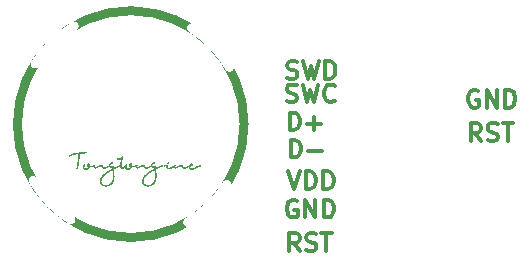
<source format=gto>
G04 #@! TF.GenerationSoftware,KiCad,Pcbnew,(7.0.0-0)*
G04 #@! TF.CreationDate,2024-01-01T11:20:25+08:00*
G04 #@! TF.ProjectId,Revolute,5265766f-6c75-4746-952e-6b696361645f,rev?*
G04 #@! TF.SameCoordinates,Original*
G04 #@! TF.FileFunction,Legend,Top*
G04 #@! TF.FilePolarity,Positive*
%FSLAX46Y46*%
G04 Gerber Fmt 4.6, Leading zero omitted, Abs format (unit mm)*
G04 Created by KiCad (PCBNEW (7.0.0-0)) date 2024-01-01 11:20:25*
%MOMM*%
%LPD*%
G01*
G04 APERTURE LIST*
G04 Aperture macros list*
%AMFreePoly0*
4,1,39,0.368228,1.454100,0.602543,1.373660,0.820422,1.255750,1.015922,1.103586,1.183711,0.921319,1.319211,0.713921,1.418726,0.487049,1.479542,0.246892,1.500000,0.000000,1.479542,-0.246892,1.418726,-0.487049,1.319211,-0.713921,1.183711,-0.921319,1.015922,-1.103586,0.820422,-1.255750,0.602543,-1.373660,0.368228,-1.454100,0.123869,-1.494877,-0.123869,-1.494877,-0.368228,-1.454100,
-0.602543,-1.373660,-0.820422,-1.255750,-1.015922,-1.103586,-1.183711,-0.921319,-1.319211,-0.713921,-1.418726,-0.487049,-1.479542,-0.246892,-1.500000,0.000000,-1.479542,0.246892,-1.418726,0.487049,-1.319211,0.713921,-1.183711,0.921319,-1.015922,1.103586,-0.820422,1.255750,-0.602543,1.373660,-0.368228,1.454100,-0.123869,1.494877,0.123869,1.494877,0.368228,1.454100,0.368228,1.454100,
$1*%
G04 Aperture macros list end*
%ADD10C,0.800000*%
%ADD11C,0.300000*%
%ADD12C,0.150000*%
%ADD13FreePoly0,0.000000*%
G04 APERTURE END LIST*
D10*
X180600000Y-95000000D02*
G75*
G03*
X180600000Y-95000000I-9600000J0D01*
G01*
D11*
X200417857Y-92170000D02*
X200275000Y-92098571D01*
X200275000Y-92098571D02*
X200060714Y-92098571D01*
X200060714Y-92098571D02*
X199846428Y-92170000D01*
X199846428Y-92170000D02*
X199703571Y-92312857D01*
X199703571Y-92312857D02*
X199632142Y-92455714D01*
X199632142Y-92455714D02*
X199560714Y-92741428D01*
X199560714Y-92741428D02*
X199560714Y-92955714D01*
X199560714Y-92955714D02*
X199632142Y-93241428D01*
X199632142Y-93241428D02*
X199703571Y-93384285D01*
X199703571Y-93384285D02*
X199846428Y-93527142D01*
X199846428Y-93527142D02*
X200060714Y-93598571D01*
X200060714Y-93598571D02*
X200203571Y-93598571D01*
X200203571Y-93598571D02*
X200417857Y-93527142D01*
X200417857Y-93527142D02*
X200489285Y-93455714D01*
X200489285Y-93455714D02*
X200489285Y-92955714D01*
X200489285Y-92955714D02*
X200203571Y-92955714D01*
X201132142Y-93598571D02*
X201132142Y-92098571D01*
X201132142Y-92098571D02*
X201989285Y-93598571D01*
X201989285Y-93598571D02*
X201989285Y-92098571D01*
X202703571Y-93598571D02*
X202703571Y-92098571D01*
X202703571Y-92098571D02*
X203060714Y-92098571D01*
X203060714Y-92098571D02*
X203275000Y-92170000D01*
X203275000Y-92170000D02*
X203417857Y-92312857D01*
X203417857Y-92312857D02*
X203489286Y-92455714D01*
X203489286Y-92455714D02*
X203560714Y-92741428D01*
X203560714Y-92741428D02*
X203560714Y-92955714D01*
X203560714Y-92955714D02*
X203489286Y-93241428D01*
X203489286Y-93241428D02*
X203417857Y-93384285D01*
X203417857Y-93384285D02*
X203275000Y-93527142D01*
X203275000Y-93527142D02*
X203060714Y-93598571D01*
X203060714Y-93598571D02*
X202703571Y-93598571D01*
X184317857Y-98998571D02*
X184817857Y-100498571D01*
X184817857Y-100498571D02*
X185317857Y-98998571D01*
X185817856Y-100498571D02*
X185817856Y-98998571D01*
X185817856Y-98998571D02*
X186174999Y-98998571D01*
X186174999Y-98998571D02*
X186389285Y-99070000D01*
X186389285Y-99070000D02*
X186532142Y-99212857D01*
X186532142Y-99212857D02*
X186603571Y-99355714D01*
X186603571Y-99355714D02*
X186674999Y-99641428D01*
X186674999Y-99641428D02*
X186674999Y-99855714D01*
X186674999Y-99855714D02*
X186603571Y-100141428D01*
X186603571Y-100141428D02*
X186532142Y-100284285D01*
X186532142Y-100284285D02*
X186389285Y-100427142D01*
X186389285Y-100427142D02*
X186174999Y-100498571D01*
X186174999Y-100498571D02*
X185817856Y-100498571D01*
X187317856Y-100498571D02*
X187317856Y-98998571D01*
X187317856Y-98998571D02*
X187674999Y-98998571D01*
X187674999Y-98998571D02*
X187889285Y-99070000D01*
X187889285Y-99070000D02*
X188032142Y-99212857D01*
X188032142Y-99212857D02*
X188103571Y-99355714D01*
X188103571Y-99355714D02*
X188174999Y-99641428D01*
X188174999Y-99641428D02*
X188174999Y-99855714D01*
X188174999Y-99855714D02*
X188103571Y-100141428D01*
X188103571Y-100141428D02*
X188032142Y-100284285D01*
X188032142Y-100284285D02*
X187889285Y-100427142D01*
X187889285Y-100427142D02*
X187674999Y-100498571D01*
X187674999Y-100498571D02*
X187317856Y-100498571D01*
X184210714Y-93077142D02*
X184425000Y-93148571D01*
X184425000Y-93148571D02*
X184782142Y-93148571D01*
X184782142Y-93148571D02*
X184925000Y-93077142D01*
X184925000Y-93077142D02*
X184996428Y-93005714D01*
X184996428Y-93005714D02*
X185067857Y-92862857D01*
X185067857Y-92862857D02*
X185067857Y-92720000D01*
X185067857Y-92720000D02*
X184996428Y-92577142D01*
X184996428Y-92577142D02*
X184925000Y-92505714D01*
X184925000Y-92505714D02*
X184782142Y-92434285D01*
X184782142Y-92434285D02*
X184496428Y-92362857D01*
X184496428Y-92362857D02*
X184353571Y-92291428D01*
X184353571Y-92291428D02*
X184282142Y-92220000D01*
X184282142Y-92220000D02*
X184210714Y-92077142D01*
X184210714Y-92077142D02*
X184210714Y-91934285D01*
X184210714Y-91934285D02*
X184282142Y-91791428D01*
X184282142Y-91791428D02*
X184353571Y-91720000D01*
X184353571Y-91720000D02*
X184496428Y-91648571D01*
X184496428Y-91648571D02*
X184853571Y-91648571D01*
X184853571Y-91648571D02*
X185067857Y-91720000D01*
X185567856Y-91648571D02*
X185924999Y-93148571D01*
X185924999Y-93148571D02*
X186210713Y-92077142D01*
X186210713Y-92077142D02*
X186496428Y-93148571D01*
X186496428Y-93148571D02*
X186853571Y-91648571D01*
X188282142Y-93005714D02*
X188210714Y-93077142D01*
X188210714Y-93077142D02*
X187996428Y-93148571D01*
X187996428Y-93148571D02*
X187853571Y-93148571D01*
X187853571Y-93148571D02*
X187639285Y-93077142D01*
X187639285Y-93077142D02*
X187496428Y-92934285D01*
X187496428Y-92934285D02*
X187424999Y-92791428D01*
X187424999Y-92791428D02*
X187353571Y-92505714D01*
X187353571Y-92505714D02*
X187353571Y-92291428D01*
X187353571Y-92291428D02*
X187424999Y-92005714D01*
X187424999Y-92005714D02*
X187496428Y-91862857D01*
X187496428Y-91862857D02*
X187639285Y-91720000D01*
X187639285Y-91720000D02*
X187853571Y-91648571D01*
X187853571Y-91648571D02*
X187996428Y-91648571D01*
X187996428Y-91648571D02*
X188210714Y-91720000D01*
X188210714Y-91720000D02*
X188282142Y-91791428D01*
X200639285Y-96448571D02*
X200139285Y-95734285D01*
X199782142Y-96448571D02*
X199782142Y-94948571D01*
X199782142Y-94948571D02*
X200353571Y-94948571D01*
X200353571Y-94948571D02*
X200496428Y-95020000D01*
X200496428Y-95020000D02*
X200567857Y-95091428D01*
X200567857Y-95091428D02*
X200639285Y-95234285D01*
X200639285Y-95234285D02*
X200639285Y-95448571D01*
X200639285Y-95448571D02*
X200567857Y-95591428D01*
X200567857Y-95591428D02*
X200496428Y-95662857D01*
X200496428Y-95662857D02*
X200353571Y-95734285D01*
X200353571Y-95734285D02*
X199782142Y-95734285D01*
X201210714Y-96377142D02*
X201425000Y-96448571D01*
X201425000Y-96448571D02*
X201782142Y-96448571D01*
X201782142Y-96448571D02*
X201925000Y-96377142D01*
X201925000Y-96377142D02*
X201996428Y-96305714D01*
X201996428Y-96305714D02*
X202067857Y-96162857D01*
X202067857Y-96162857D02*
X202067857Y-96020000D01*
X202067857Y-96020000D02*
X201996428Y-95877142D01*
X201996428Y-95877142D02*
X201925000Y-95805714D01*
X201925000Y-95805714D02*
X201782142Y-95734285D01*
X201782142Y-95734285D02*
X201496428Y-95662857D01*
X201496428Y-95662857D02*
X201353571Y-95591428D01*
X201353571Y-95591428D02*
X201282142Y-95520000D01*
X201282142Y-95520000D02*
X201210714Y-95377142D01*
X201210714Y-95377142D02*
X201210714Y-95234285D01*
X201210714Y-95234285D02*
X201282142Y-95091428D01*
X201282142Y-95091428D02*
X201353571Y-95020000D01*
X201353571Y-95020000D02*
X201496428Y-94948571D01*
X201496428Y-94948571D02*
X201853571Y-94948571D01*
X201853571Y-94948571D02*
X202067857Y-95020000D01*
X202496428Y-94948571D02*
X203353571Y-94948571D01*
X202924999Y-96448571D02*
X202924999Y-94948571D01*
X184532142Y-97823571D02*
X184532142Y-96323571D01*
X184532142Y-96323571D02*
X184889285Y-96323571D01*
X184889285Y-96323571D02*
X185103571Y-96395000D01*
X185103571Y-96395000D02*
X185246428Y-96537857D01*
X185246428Y-96537857D02*
X185317857Y-96680714D01*
X185317857Y-96680714D02*
X185389285Y-96966428D01*
X185389285Y-96966428D02*
X185389285Y-97180714D01*
X185389285Y-97180714D02*
X185317857Y-97466428D01*
X185317857Y-97466428D02*
X185246428Y-97609285D01*
X185246428Y-97609285D02*
X185103571Y-97752142D01*
X185103571Y-97752142D02*
X184889285Y-97823571D01*
X184889285Y-97823571D02*
X184532142Y-97823571D01*
X186032142Y-97252142D02*
X187175000Y-97252142D01*
X184457142Y-95523571D02*
X184457142Y-94023571D01*
X184457142Y-94023571D02*
X184814285Y-94023571D01*
X184814285Y-94023571D02*
X185028571Y-94095000D01*
X185028571Y-94095000D02*
X185171428Y-94237857D01*
X185171428Y-94237857D02*
X185242857Y-94380714D01*
X185242857Y-94380714D02*
X185314285Y-94666428D01*
X185314285Y-94666428D02*
X185314285Y-94880714D01*
X185314285Y-94880714D02*
X185242857Y-95166428D01*
X185242857Y-95166428D02*
X185171428Y-95309285D01*
X185171428Y-95309285D02*
X185028571Y-95452142D01*
X185028571Y-95452142D02*
X184814285Y-95523571D01*
X184814285Y-95523571D02*
X184457142Y-95523571D01*
X185957142Y-94952142D02*
X187100000Y-94952142D01*
X186528571Y-95523571D02*
X186528571Y-94380714D01*
X185289285Y-105748571D02*
X184789285Y-105034285D01*
X184432142Y-105748571D02*
X184432142Y-104248571D01*
X184432142Y-104248571D02*
X185003571Y-104248571D01*
X185003571Y-104248571D02*
X185146428Y-104320000D01*
X185146428Y-104320000D02*
X185217857Y-104391428D01*
X185217857Y-104391428D02*
X185289285Y-104534285D01*
X185289285Y-104534285D02*
X185289285Y-104748571D01*
X185289285Y-104748571D02*
X185217857Y-104891428D01*
X185217857Y-104891428D02*
X185146428Y-104962857D01*
X185146428Y-104962857D02*
X185003571Y-105034285D01*
X185003571Y-105034285D02*
X184432142Y-105034285D01*
X185860714Y-105677142D02*
X186075000Y-105748571D01*
X186075000Y-105748571D02*
X186432142Y-105748571D01*
X186432142Y-105748571D02*
X186575000Y-105677142D01*
X186575000Y-105677142D02*
X186646428Y-105605714D01*
X186646428Y-105605714D02*
X186717857Y-105462857D01*
X186717857Y-105462857D02*
X186717857Y-105320000D01*
X186717857Y-105320000D02*
X186646428Y-105177142D01*
X186646428Y-105177142D02*
X186575000Y-105105714D01*
X186575000Y-105105714D02*
X186432142Y-105034285D01*
X186432142Y-105034285D02*
X186146428Y-104962857D01*
X186146428Y-104962857D02*
X186003571Y-104891428D01*
X186003571Y-104891428D02*
X185932142Y-104820000D01*
X185932142Y-104820000D02*
X185860714Y-104677142D01*
X185860714Y-104677142D02*
X185860714Y-104534285D01*
X185860714Y-104534285D02*
X185932142Y-104391428D01*
X185932142Y-104391428D02*
X186003571Y-104320000D01*
X186003571Y-104320000D02*
X186146428Y-104248571D01*
X186146428Y-104248571D02*
X186503571Y-104248571D01*
X186503571Y-104248571D02*
X186717857Y-104320000D01*
X187146428Y-104248571D02*
X188003571Y-104248571D01*
X187574999Y-105748571D02*
X187574999Y-104248571D01*
X185067857Y-101470000D02*
X184925000Y-101398571D01*
X184925000Y-101398571D02*
X184710714Y-101398571D01*
X184710714Y-101398571D02*
X184496428Y-101470000D01*
X184496428Y-101470000D02*
X184353571Y-101612857D01*
X184353571Y-101612857D02*
X184282142Y-101755714D01*
X184282142Y-101755714D02*
X184210714Y-102041428D01*
X184210714Y-102041428D02*
X184210714Y-102255714D01*
X184210714Y-102255714D02*
X184282142Y-102541428D01*
X184282142Y-102541428D02*
X184353571Y-102684285D01*
X184353571Y-102684285D02*
X184496428Y-102827142D01*
X184496428Y-102827142D02*
X184710714Y-102898571D01*
X184710714Y-102898571D02*
X184853571Y-102898571D01*
X184853571Y-102898571D02*
X185067857Y-102827142D01*
X185067857Y-102827142D02*
X185139285Y-102755714D01*
X185139285Y-102755714D02*
X185139285Y-102255714D01*
X185139285Y-102255714D02*
X184853571Y-102255714D01*
X185782142Y-102898571D02*
X185782142Y-101398571D01*
X185782142Y-101398571D02*
X186639285Y-102898571D01*
X186639285Y-102898571D02*
X186639285Y-101398571D01*
X187353571Y-102898571D02*
X187353571Y-101398571D01*
X187353571Y-101398571D02*
X187710714Y-101398571D01*
X187710714Y-101398571D02*
X187925000Y-101470000D01*
X187925000Y-101470000D02*
X188067857Y-101612857D01*
X188067857Y-101612857D02*
X188139286Y-101755714D01*
X188139286Y-101755714D02*
X188210714Y-102041428D01*
X188210714Y-102041428D02*
X188210714Y-102255714D01*
X188210714Y-102255714D02*
X188139286Y-102541428D01*
X188139286Y-102541428D02*
X188067857Y-102684285D01*
X188067857Y-102684285D02*
X187925000Y-102827142D01*
X187925000Y-102827142D02*
X187710714Y-102898571D01*
X187710714Y-102898571D02*
X187353571Y-102898571D01*
X184260714Y-91102142D02*
X184475000Y-91173571D01*
X184475000Y-91173571D02*
X184832142Y-91173571D01*
X184832142Y-91173571D02*
X184975000Y-91102142D01*
X184975000Y-91102142D02*
X185046428Y-91030714D01*
X185046428Y-91030714D02*
X185117857Y-90887857D01*
X185117857Y-90887857D02*
X185117857Y-90745000D01*
X185117857Y-90745000D02*
X185046428Y-90602142D01*
X185046428Y-90602142D02*
X184975000Y-90530714D01*
X184975000Y-90530714D02*
X184832142Y-90459285D01*
X184832142Y-90459285D02*
X184546428Y-90387857D01*
X184546428Y-90387857D02*
X184403571Y-90316428D01*
X184403571Y-90316428D02*
X184332142Y-90245000D01*
X184332142Y-90245000D02*
X184260714Y-90102142D01*
X184260714Y-90102142D02*
X184260714Y-89959285D01*
X184260714Y-89959285D02*
X184332142Y-89816428D01*
X184332142Y-89816428D02*
X184403571Y-89745000D01*
X184403571Y-89745000D02*
X184546428Y-89673571D01*
X184546428Y-89673571D02*
X184903571Y-89673571D01*
X184903571Y-89673571D02*
X185117857Y-89745000D01*
X185617856Y-89673571D02*
X185974999Y-91173571D01*
X185974999Y-91173571D02*
X186260713Y-90102142D01*
X186260713Y-90102142D02*
X186546428Y-91173571D01*
X186546428Y-91173571D02*
X186903571Y-89673571D01*
X187474999Y-91173571D02*
X187474999Y-89673571D01*
X187474999Y-89673571D02*
X187832142Y-89673571D01*
X187832142Y-89673571D02*
X188046428Y-89745000D01*
X188046428Y-89745000D02*
X188189285Y-89887857D01*
X188189285Y-89887857D02*
X188260714Y-90030714D01*
X188260714Y-90030714D02*
X188332142Y-90316428D01*
X188332142Y-90316428D02*
X188332142Y-90530714D01*
X188332142Y-90530714D02*
X188260714Y-90816428D01*
X188260714Y-90816428D02*
X188189285Y-90959285D01*
X188189285Y-90959285D02*
X188046428Y-91102142D01*
X188046428Y-91102142D02*
X187832142Y-91173571D01*
X187832142Y-91173571D02*
X187474999Y-91173571D01*
G36*
X166476378Y-98827623D02*
G01*
X166492544Y-98825174D01*
X166506049Y-98819245D01*
X166518112Y-98809872D01*
X166527676Y-98797142D01*
X166533682Y-98781143D01*
X166534263Y-98778164D01*
X166541670Y-98739127D01*
X166548917Y-98700051D01*
X166556003Y-98660942D01*
X166562929Y-98621801D01*
X166569696Y-98582632D01*
X166576303Y-98543439D01*
X166582751Y-98504224D01*
X166589040Y-98464991D01*
X166595172Y-98425743D01*
X166601145Y-98386484D01*
X166606960Y-98347215D01*
X166612619Y-98307941D01*
X166618120Y-98268665D01*
X166623465Y-98229391D01*
X166628653Y-98190120D01*
X166633685Y-98150857D01*
X166638562Y-98111605D01*
X166643284Y-98072366D01*
X166647850Y-98033145D01*
X166652262Y-97993944D01*
X166656519Y-97954767D01*
X166660623Y-97915617D01*
X166664573Y-97876496D01*
X166668370Y-97837409D01*
X166672014Y-97798359D01*
X166675505Y-97759348D01*
X166678844Y-97720380D01*
X166682030Y-97681458D01*
X166685066Y-97642586D01*
X166687950Y-97603766D01*
X166690683Y-97565002D01*
X166693265Y-97526297D01*
X166713898Y-97523790D01*
X166734710Y-97521351D01*
X166755692Y-97518979D01*
X166776837Y-97516675D01*
X166798133Y-97514437D01*
X166819573Y-97512265D01*
X166841147Y-97510158D01*
X166862846Y-97508117D01*
X166884661Y-97506139D01*
X166906583Y-97504226D01*
X166928603Y-97502376D01*
X166950711Y-97500589D01*
X166972898Y-97498864D01*
X166995156Y-97497201D01*
X167017475Y-97495599D01*
X167039846Y-97494057D01*
X167220464Y-97481235D01*
X167235062Y-97478832D01*
X167250993Y-97472219D01*
X167264177Y-97462362D01*
X167274430Y-97450084D01*
X167281566Y-97436206D01*
X167285402Y-97421550D01*
X167286043Y-97412725D01*
X167283717Y-97395380D01*
X167278314Y-97381538D01*
X167269877Y-97369127D01*
X167258515Y-97358971D01*
X167244337Y-97351890D01*
X167227453Y-97348707D01*
X167223761Y-97348611D01*
X167219364Y-97348611D01*
X167204555Y-97349219D01*
X167189733Y-97349876D01*
X167174900Y-97350580D01*
X167160057Y-97351329D01*
X167145205Y-97352124D01*
X167130344Y-97352962D01*
X167115475Y-97353843D01*
X167100599Y-97354765D01*
X167085718Y-97355727D01*
X167070832Y-97356728D01*
X167055941Y-97357768D01*
X167041047Y-97358844D01*
X167026151Y-97359956D01*
X167011253Y-97361102D01*
X166996355Y-97362282D01*
X166981457Y-97363494D01*
X166966559Y-97364738D01*
X166951664Y-97366011D01*
X166936772Y-97367313D01*
X166921883Y-97368643D01*
X166906999Y-97369999D01*
X166892120Y-97371381D01*
X166877248Y-97372787D01*
X166862383Y-97374216D01*
X166847525Y-97375667D01*
X166832677Y-97377140D01*
X166817839Y-97378631D01*
X166803011Y-97380142D01*
X166788195Y-97381670D01*
X166773391Y-97383214D01*
X166758600Y-97384773D01*
X166743824Y-97386346D01*
X166721707Y-97388730D01*
X166699532Y-97391148D01*
X166677304Y-97393608D01*
X166655027Y-97396118D01*
X166632707Y-97398686D01*
X166610351Y-97401319D01*
X166587962Y-97404027D01*
X166565547Y-97406817D01*
X166543112Y-97409697D01*
X166520660Y-97412675D01*
X166498199Y-97415760D01*
X166475733Y-97418958D01*
X166453268Y-97422280D01*
X166430809Y-97425731D01*
X166408362Y-97429321D01*
X166385932Y-97433058D01*
X166363524Y-97436949D01*
X166341144Y-97441003D01*
X166318798Y-97445227D01*
X166296491Y-97449630D01*
X166274228Y-97454220D01*
X166252014Y-97459005D01*
X166229856Y-97463992D01*
X166207758Y-97469190D01*
X166185727Y-97474608D01*
X166163766Y-97480252D01*
X166141883Y-97486132D01*
X166120082Y-97492254D01*
X166098369Y-97498628D01*
X166076749Y-97505261D01*
X166055227Y-97512161D01*
X166033810Y-97519337D01*
X166017449Y-97525020D01*
X166000847Y-97530974D01*
X165984088Y-97537244D01*
X165967257Y-97543877D01*
X165950439Y-97550921D01*
X165933719Y-97558421D01*
X165917182Y-97566424D01*
X165900911Y-97574978D01*
X165884993Y-97584129D01*
X165869511Y-97593922D01*
X165854551Y-97604406D01*
X165840198Y-97615627D01*
X165826535Y-97627632D01*
X165813649Y-97640466D01*
X165801624Y-97654178D01*
X165790544Y-97668813D01*
X165783693Y-97682860D01*
X165780299Y-97697924D01*
X165779919Y-97704717D01*
X165782373Y-97721500D01*
X165788484Y-97736004D01*
X165798433Y-97748813D01*
X165812350Y-97758216D01*
X165827072Y-97762218D01*
X165833775Y-97762602D01*
X165848925Y-97760827D01*
X165864133Y-97756208D01*
X165878295Y-97749909D01*
X165893749Y-97741168D01*
X165907003Y-97732282D01*
X165921015Y-97721601D01*
X165924633Y-97718639D01*
X165938349Y-97708890D01*
X165952520Y-97699830D01*
X165967998Y-97691109D01*
X165982450Y-97683780D01*
X165999646Y-97675826D01*
X166019860Y-97667292D01*
X166035149Y-97661302D01*
X166051984Y-97655088D01*
X166070446Y-97648663D01*
X166089743Y-97642144D01*
X166109159Y-97635906D01*
X166128685Y-97629936D01*
X166148310Y-97624226D01*
X166168025Y-97618761D01*
X166187821Y-97613533D01*
X166207688Y-97608529D01*
X166227616Y-97603738D01*
X166247596Y-97599148D01*
X166267617Y-97594750D01*
X166287671Y-97590530D01*
X166307747Y-97586479D01*
X166327836Y-97582584D01*
X166347928Y-97578834D01*
X166368014Y-97575219D01*
X166388084Y-97571727D01*
X166405137Y-97568742D01*
X166422232Y-97565777D01*
X166439273Y-97562852D01*
X166456168Y-97559987D01*
X166472820Y-97557201D01*
X166489137Y-97554515D01*
X166505024Y-97551949D01*
X166520387Y-97549522D01*
X166535132Y-97547254D01*
X166553667Y-97544513D01*
X166558077Y-97543883D01*
X166555534Y-97580738D01*
X166552851Y-97617661D01*
X166550027Y-97654650D01*
X166547061Y-97691702D01*
X166543953Y-97728816D01*
X166540701Y-97765989D01*
X166537305Y-97803218D01*
X166533765Y-97840501D01*
X166530080Y-97877835D01*
X166526248Y-97915219D01*
X166522269Y-97952649D01*
X166518143Y-97990123D01*
X166513868Y-98027640D01*
X166509444Y-98065195D01*
X166504870Y-98102788D01*
X166500146Y-98140416D01*
X166495270Y-98178075D01*
X166490242Y-98215765D01*
X166485061Y-98253481D01*
X166479727Y-98291223D01*
X166474239Y-98328987D01*
X166468595Y-98366772D01*
X166462796Y-98404574D01*
X166456840Y-98442391D01*
X166450727Y-98480222D01*
X166444456Y-98518062D01*
X166438026Y-98555911D01*
X166431437Y-98593766D01*
X166424688Y-98631623D01*
X166417778Y-98669482D01*
X166410706Y-98707339D01*
X166403471Y-98745191D01*
X166403471Y-98756915D01*
X166405237Y-98771945D01*
X166411842Y-98788753D01*
X166422357Y-98803019D01*
X166435732Y-98814374D01*
X166450921Y-98822448D01*
X166466875Y-98826874D01*
X166476378Y-98827623D01*
G37*
G36*
X167437415Y-98304392D02*
G01*
X167455010Y-98306801D01*
X167472251Y-98311564D01*
X167488901Y-98318626D01*
X167504725Y-98327932D01*
X167519486Y-98339425D01*
X167532949Y-98353050D01*
X167542052Y-98364634D01*
X167550191Y-98377362D01*
X167557194Y-98390773D01*
X167563346Y-98404833D01*
X167568623Y-98419434D01*
X167572998Y-98434469D01*
X167576445Y-98449830D01*
X167578940Y-98465409D01*
X167580455Y-98481101D01*
X167580966Y-98496796D01*
X167572173Y-98532700D01*
X167573201Y-98529633D01*
X167587927Y-98526838D01*
X167607003Y-98525829D01*
X167626040Y-98524465D01*
X167645041Y-98522769D01*
X167664010Y-98520765D01*
X167682952Y-98518475D01*
X167701870Y-98515923D01*
X167720767Y-98513131D01*
X167739648Y-98510123D01*
X167758515Y-98506922D01*
X167777374Y-98503551D01*
X167796227Y-98500032D01*
X167815078Y-98496390D01*
X167833932Y-98492647D01*
X167852792Y-98488826D01*
X167871661Y-98484950D01*
X167890544Y-98481043D01*
X167904466Y-98478478D01*
X167911885Y-98478931D01*
X167929098Y-98483675D01*
X167944085Y-98492736D01*
X167956441Y-98505058D01*
X167965766Y-98519583D01*
X167971656Y-98535255D01*
X167973709Y-98551018D01*
X167973511Y-98555654D01*
X167969742Y-98571982D01*
X167962750Y-98585257D01*
X167952349Y-98596874D01*
X167938596Y-98605889D01*
X167924616Y-98610736D01*
X167903664Y-98615136D01*
X167882456Y-98619645D01*
X167861017Y-98624209D01*
X167839373Y-98628773D01*
X167817551Y-98633284D01*
X167795577Y-98637687D01*
X167773478Y-98641928D01*
X167751280Y-98645952D01*
X167729008Y-98649707D01*
X167706690Y-98653136D01*
X167684351Y-98656186D01*
X167662018Y-98658804D01*
X167639718Y-98660934D01*
X167617476Y-98662523D01*
X167595319Y-98663516D01*
X167573272Y-98663859D01*
X167538468Y-98662027D01*
X167526513Y-98683647D01*
X167512586Y-98705241D01*
X167496828Y-98726620D01*
X167479380Y-98747596D01*
X167460382Y-98767979D01*
X167439974Y-98787581D01*
X167418298Y-98806213D01*
X167395494Y-98823685D01*
X167371702Y-98839809D01*
X167347064Y-98854397D01*
X167321719Y-98867258D01*
X167295809Y-98878205D01*
X167269473Y-98887047D01*
X167242853Y-98893598D01*
X167216090Y-98897666D01*
X167189323Y-98899064D01*
X167183580Y-98898983D01*
X167168914Y-98898073D01*
X167153935Y-98896166D01*
X167138801Y-98893281D01*
X167123673Y-98889432D01*
X167108708Y-98884638D01*
X167094068Y-98878914D01*
X167079272Y-98871862D01*
X167065124Y-98863796D01*
X167051643Y-98854777D01*
X167038850Y-98844865D01*
X167026765Y-98834121D01*
X167015410Y-98822603D01*
X167004803Y-98810373D01*
X166994966Y-98797490D01*
X166985919Y-98784015D01*
X166977683Y-98770007D01*
X166970277Y-98755527D01*
X166963722Y-98740635D01*
X166958039Y-98725391D01*
X166953248Y-98709854D01*
X166949369Y-98694086D01*
X166946423Y-98678147D01*
X166944591Y-98641877D01*
X166945024Y-98626011D01*
X166946301Y-98610295D01*
X166948392Y-98594742D01*
X166951266Y-98579366D01*
X166954891Y-98564178D01*
X166959236Y-98549192D01*
X166964270Y-98534421D01*
X166969962Y-98519877D01*
X166976281Y-98505574D01*
X166983195Y-98491524D01*
X166990675Y-98477740D01*
X166998687Y-98464236D01*
X167007202Y-98451023D01*
X167016188Y-98438115D01*
X167025614Y-98425525D01*
X167035450Y-98413265D01*
X167038971Y-98409479D01*
X167050751Y-98399844D01*
X167065234Y-98392734D01*
X167080146Y-98390184D01*
X167086168Y-98390605D01*
X167101314Y-98395076D01*
X167115830Y-98403786D01*
X167128770Y-98415930D01*
X167139186Y-98430705D01*
X167146131Y-98447304D01*
X167148656Y-98464923D01*
X167148639Y-98466102D01*
X167145754Y-98481682D01*
X167139571Y-98495715D01*
X167131071Y-98508154D01*
X167120000Y-98522355D01*
X167109959Y-98537406D01*
X167101086Y-98553195D01*
X167093518Y-98569611D01*
X167087393Y-98586543D01*
X167082848Y-98603878D01*
X167080020Y-98621505D01*
X167079047Y-98639312D01*
X167079595Y-98652608D01*
X167081517Y-98667416D01*
X167084909Y-98681810D01*
X167086618Y-98686560D01*
X167092464Y-98700079D01*
X167101865Y-98716329D01*
X167113000Y-98730432D01*
X167125758Y-98742260D01*
X167140028Y-98751684D01*
X167155697Y-98758575D01*
X167172654Y-98762804D01*
X167190788Y-98764242D01*
X167208374Y-98762044D01*
X167215782Y-98760617D01*
X167230515Y-98757049D01*
X167245094Y-98752579D01*
X167259468Y-98747262D01*
X167273587Y-98741155D01*
X167287399Y-98734314D01*
X167300853Y-98726796D01*
X167313898Y-98718656D01*
X167326484Y-98709952D01*
X167338560Y-98700739D01*
X167350073Y-98691073D01*
X167360974Y-98681013D01*
X167376066Y-98665302D01*
X167389492Y-98649018D01*
X167401081Y-98632351D01*
X167397615Y-98630810D01*
X167384141Y-98623868D01*
X167371399Y-98616015D01*
X167358106Y-98606421D01*
X167344784Y-98595100D01*
X167334036Y-98584357D01*
X167322271Y-98570599D01*
X167311768Y-98555827D01*
X167302622Y-98540231D01*
X167294927Y-98523999D01*
X167288778Y-98507321D01*
X167284268Y-98490385D01*
X167281493Y-98473381D01*
X167280547Y-98456496D01*
X167413171Y-98456496D01*
X167416758Y-98470397D01*
X167425250Y-98484363D01*
X167435241Y-98496463D01*
X167444307Y-98505576D01*
X167444302Y-98503797D01*
X167443952Y-98487842D01*
X167442824Y-98470199D01*
X167440441Y-98453281D01*
X167432588Y-98438911D01*
X167422697Y-98442575D01*
X167420599Y-98443616D01*
X167413171Y-98456496D01*
X167280547Y-98456496D01*
X167281317Y-98441538D01*
X167283610Y-98426683D01*
X167287406Y-98412035D01*
X167292683Y-98397695D01*
X167299420Y-98383767D01*
X167307595Y-98370355D01*
X167317187Y-98357561D01*
X167328175Y-98345488D01*
X167333762Y-98340555D01*
X167348443Y-98329553D01*
X167363930Y-98320475D01*
X167379953Y-98313356D01*
X167396244Y-98308230D01*
X167412535Y-98305130D01*
X167428558Y-98304089D01*
X167437415Y-98304392D01*
G37*
G36*
X168739043Y-98791720D02*
G01*
X168754900Y-98791135D01*
X168770688Y-98789563D01*
X168786337Y-98787282D01*
X168801780Y-98784567D01*
X168810484Y-98782927D01*
X168836458Y-98776831D01*
X168862304Y-98769726D01*
X168888014Y-98761692D01*
X168913582Y-98752811D01*
X168938999Y-98743163D01*
X168964259Y-98732830D01*
X168989353Y-98721893D01*
X169014275Y-98710433D01*
X169039016Y-98698530D01*
X169063569Y-98686266D01*
X169087927Y-98673722D01*
X169112082Y-98660979D01*
X169136027Y-98648118D01*
X169159754Y-98635220D01*
X169183256Y-98622366D01*
X169206524Y-98609637D01*
X169219609Y-98600364D01*
X169229514Y-98588952D01*
X169236914Y-98574322D01*
X169240097Y-98559151D01*
X169240230Y-98555415D01*
X169238021Y-98540261D01*
X169231793Y-98525054D01*
X169222140Y-98510866D01*
X169209658Y-98498771D01*
X169194942Y-98489843D01*
X169178587Y-98485154D01*
X169171720Y-98484706D01*
X169156919Y-98486752D01*
X169142878Y-98492175D01*
X169138381Y-98494598D01*
X169112778Y-98508556D01*
X169099664Y-98515620D01*
X169086371Y-98522715D01*
X169072920Y-98529821D01*
X169059333Y-98536921D01*
X169045631Y-98543995D01*
X169031837Y-98551024D01*
X169017972Y-98557989D01*
X169004058Y-98564872D01*
X168990117Y-98571652D01*
X168976170Y-98578312D01*
X168962239Y-98584832D01*
X168948346Y-98591193D01*
X168934512Y-98597376D01*
X168920760Y-98603363D01*
X168907111Y-98609133D01*
X168880209Y-98619952D01*
X168853979Y-98629680D01*
X168828597Y-98638165D01*
X168804235Y-98645255D01*
X168781068Y-98650799D01*
X168759270Y-98654645D01*
X168739013Y-98656641D01*
X168729518Y-98656898D01*
X168724755Y-98656165D01*
X168713709Y-98641021D01*
X168703851Y-98625742D01*
X168694862Y-98610422D01*
X168686424Y-98595159D01*
X168678218Y-98580048D01*
X168669925Y-98565185D01*
X168661226Y-98550666D01*
X168651803Y-98536587D01*
X168641336Y-98523044D01*
X168629508Y-98510134D01*
X168620708Y-98501926D01*
X168607517Y-98492074D01*
X168593930Y-98483316D01*
X168579976Y-98475625D01*
X168565684Y-98468972D01*
X168551083Y-98463331D01*
X168536202Y-98458675D01*
X168521070Y-98454977D01*
X168505715Y-98452209D01*
X168490167Y-98450344D01*
X168474455Y-98449355D01*
X168463904Y-98449169D01*
X168444406Y-98449795D01*
X168424726Y-98451628D01*
X168404974Y-98454597D01*
X168385259Y-98458636D01*
X168365688Y-98463674D01*
X168346371Y-98469643D01*
X168327416Y-98476475D01*
X168308932Y-98484100D01*
X168291027Y-98492449D01*
X168273811Y-98501454D01*
X168262770Y-98507787D01*
X168249629Y-98515834D01*
X168236572Y-98524126D01*
X168223579Y-98532593D01*
X168210632Y-98541161D01*
X168197710Y-98549759D01*
X168184794Y-98558316D01*
X168171866Y-98566758D01*
X168158906Y-98575015D01*
X168145894Y-98583015D01*
X168132811Y-98590684D01*
X168119638Y-98597953D01*
X168106355Y-98604748D01*
X168092944Y-98610998D01*
X168079385Y-98616630D01*
X168058725Y-98623765D01*
X168051744Y-98625757D01*
X168036649Y-98628693D01*
X168021951Y-98631159D01*
X168010345Y-98631985D01*
X167995472Y-98630936D01*
X167986566Y-98618617D01*
X167984333Y-98604874D01*
X167985834Y-98587790D01*
X167989796Y-98571265D01*
X167995404Y-98554837D01*
X168001846Y-98538045D01*
X168007053Y-98524039D01*
X168011857Y-98509269D01*
X168015840Y-98493499D01*
X168013224Y-98477259D01*
X168006075Y-98463075D01*
X167995441Y-98451232D01*
X167982370Y-98442015D01*
X167967911Y-98435710D01*
X167953111Y-98432601D01*
X167947330Y-98432316D01*
X167932603Y-98433811D01*
X167917919Y-98438402D01*
X167904249Y-98446248D01*
X167892565Y-98457510D01*
X167883836Y-98472345D01*
X167881751Y-98478112D01*
X167876253Y-98494072D01*
X167870875Y-98510312D01*
X167865806Y-98526766D01*
X167861235Y-98543370D01*
X167857351Y-98560061D01*
X167854342Y-98576773D01*
X167852399Y-98593441D01*
X167851709Y-98610003D01*
X167852537Y-98625746D01*
X167854964Y-98641049D01*
X167858908Y-98655833D01*
X167864286Y-98670018D01*
X167871014Y-98683524D01*
X167879008Y-98696273D01*
X167888187Y-98708185D01*
X167898466Y-98719180D01*
X167909763Y-98729178D01*
X167921995Y-98738102D01*
X167935077Y-98745870D01*
X167948927Y-98752404D01*
X167963463Y-98757625D01*
X167978599Y-98761452D01*
X167994255Y-98763806D01*
X168010345Y-98764609D01*
X168030272Y-98763793D01*
X168050063Y-98761432D01*
X168069703Y-98757656D01*
X168089176Y-98752593D01*
X168108467Y-98746373D01*
X168127559Y-98739126D01*
X168146438Y-98730980D01*
X168165088Y-98722065D01*
X168183493Y-98712510D01*
X168201638Y-98702445D01*
X168219507Y-98691999D01*
X168237084Y-98681301D01*
X168254355Y-98670481D01*
X168271303Y-98659668D01*
X168287913Y-98648991D01*
X168304169Y-98638579D01*
X168317818Y-98630490D01*
X168331755Y-98622591D01*
X168345957Y-98615015D01*
X168360403Y-98607893D01*
X168375071Y-98601358D01*
X168389940Y-98595542D01*
X168404988Y-98590577D01*
X168420192Y-98586596D01*
X168435532Y-98583730D01*
X168450985Y-98582113D01*
X168461339Y-98581793D01*
X168485519Y-98583991D01*
X168500734Y-98587610D01*
X168520210Y-98597195D01*
X168536427Y-98610993D01*
X168550233Y-98628139D01*
X168558518Y-98641001D01*
X168566361Y-98654708D01*
X168574014Y-98669002D01*
X168581728Y-98683628D01*
X168589755Y-98698327D01*
X168598347Y-98712843D01*
X168607756Y-98726919D01*
X168618232Y-98740297D01*
X168630029Y-98752721D01*
X168643397Y-98763934D01*
X168650750Y-98769005D01*
X168666328Y-98776951D01*
X168682486Y-98783115D01*
X168699108Y-98787569D01*
X168716077Y-98790386D01*
X168733278Y-98791638D01*
X168739043Y-98791720D01*
G37*
G36*
X169436945Y-98233054D02*
G01*
X169453542Y-98237327D01*
X169467591Y-98245515D01*
X169478883Y-98256694D01*
X169487208Y-98269943D01*
X169492357Y-98284339D01*
X169494120Y-98298960D01*
X169493480Y-98307794D01*
X169489644Y-98322493D01*
X169482507Y-98336427D01*
X169472255Y-98348750D01*
X169459071Y-98358614D01*
X169443140Y-98365172D01*
X169428541Y-98367470D01*
X169421134Y-98367980D01*
X169406431Y-98369786D01*
X169391965Y-98372618D01*
X169370942Y-98378730D01*
X169351049Y-98387001D01*
X169332645Y-98397342D01*
X169316088Y-98409665D01*
X169301737Y-98423881D01*
X169289952Y-98439900D01*
X169281089Y-98457635D01*
X169275509Y-98476996D01*
X169273569Y-98497896D01*
X169277599Y-98526106D01*
X169279213Y-98532864D01*
X169284748Y-98548680D01*
X169292417Y-98562685D01*
X169302213Y-98574543D01*
X169314128Y-98583919D01*
X169328152Y-98590477D01*
X169344277Y-98593883D01*
X169354169Y-98593883D01*
X169356920Y-98593848D01*
X169373368Y-98592147D01*
X169389043Y-98587897D01*
X169403018Y-98581096D01*
X169414365Y-98571745D01*
X169423046Y-98557613D01*
X169425424Y-98552273D01*
X169434529Y-98538150D01*
X169446068Y-98526964D01*
X169459374Y-98518830D01*
X169473782Y-98513865D01*
X169488625Y-98512184D01*
X169505188Y-98514640D01*
X169521134Y-98521786D01*
X169533113Y-98531083D01*
X169543187Y-98543213D01*
X169550685Y-98557982D01*
X169554937Y-98575198D01*
X169565928Y-98700861D01*
X169580899Y-98693307D01*
X169595998Y-98685757D01*
X169611220Y-98678214D01*
X169626562Y-98670682D01*
X169642021Y-98663163D01*
X169657593Y-98655659D01*
X169673274Y-98648173D01*
X169689060Y-98640709D01*
X169704949Y-98633268D01*
X169720936Y-98625853D01*
X169737017Y-98618468D01*
X169753190Y-98611114D01*
X169769450Y-98603794D01*
X169785794Y-98596511D01*
X169802218Y-98589268D01*
X169818719Y-98582068D01*
X169835293Y-98574912D01*
X169851936Y-98567805D01*
X169868645Y-98560747D01*
X169885416Y-98553743D01*
X169902245Y-98546795D01*
X169919130Y-98539905D01*
X169936065Y-98533076D01*
X169953049Y-98526312D01*
X169970076Y-98519613D01*
X169987144Y-98512984D01*
X170004248Y-98506427D01*
X170021386Y-98499945D01*
X170038553Y-98493540D01*
X170055746Y-98487214D01*
X170072961Y-98480972D01*
X170090195Y-98474815D01*
X170110711Y-98470052D01*
X170117561Y-98470458D01*
X170133226Y-98474732D01*
X170146608Y-98482919D01*
X170157454Y-98494098D01*
X170165512Y-98507347D01*
X170170531Y-98521743D01*
X170172260Y-98536364D01*
X170172072Y-98541278D01*
X170169284Y-98556193D01*
X170163250Y-98570645D01*
X170154085Y-98583705D01*
X170141907Y-98594447D01*
X170126831Y-98601943D01*
X170112543Y-98608171D01*
X170095407Y-98614899D01*
X170078277Y-98621685D01*
X170061155Y-98628529D01*
X170044044Y-98635429D01*
X170026947Y-98642384D01*
X170009864Y-98649393D01*
X169992798Y-98656454D01*
X169975752Y-98663567D01*
X169958727Y-98670729D01*
X169941726Y-98677940D01*
X169924750Y-98685198D01*
X169907803Y-98692503D01*
X169890885Y-98699852D01*
X169874000Y-98707245D01*
X169857149Y-98714680D01*
X169840334Y-98722156D01*
X169823559Y-98729672D01*
X169806824Y-98737226D01*
X169790131Y-98744818D01*
X169773484Y-98752445D01*
X169756885Y-98760107D01*
X169740334Y-98767802D01*
X169723835Y-98775529D01*
X169707390Y-98783288D01*
X169691001Y-98791075D01*
X169674669Y-98798891D01*
X169658398Y-98806734D01*
X169642189Y-98814602D01*
X169626044Y-98822495D01*
X169609966Y-98830411D01*
X169593956Y-98838349D01*
X169578018Y-98846308D01*
X169578018Y-98848872D01*
X169624180Y-99371308D01*
X169624566Y-99376937D01*
X169625450Y-99393771D01*
X169625986Y-99410528D01*
X169626262Y-99427207D01*
X169626363Y-99443809D01*
X169626378Y-99460334D01*
X169626325Y-99473806D01*
X169626040Y-99494035D01*
X169625490Y-99514276D01*
X169624656Y-99534512D01*
X169623516Y-99554726D01*
X169622051Y-99574904D01*
X169620242Y-99595027D01*
X169618068Y-99615080D01*
X169615509Y-99635048D01*
X169612546Y-99654912D01*
X169609159Y-99674658D01*
X169606282Y-99689383D01*
X169603148Y-99704083D01*
X169599756Y-99718753D01*
X169596107Y-99733384D01*
X169592200Y-99747970D01*
X169588035Y-99762503D01*
X169583613Y-99776977D01*
X169578934Y-99791385D01*
X169573996Y-99805719D01*
X169568801Y-99819972D01*
X169563349Y-99834138D01*
X169557639Y-99848209D01*
X169551671Y-99862178D01*
X169545446Y-99876039D01*
X169538963Y-99889784D01*
X169532222Y-99903406D01*
X169525224Y-99916898D01*
X169517968Y-99930254D01*
X169510455Y-99943465D01*
X169502684Y-99956525D01*
X169494655Y-99969428D01*
X169486369Y-99982165D01*
X169477826Y-99994730D01*
X169469024Y-100007116D01*
X169459965Y-100019316D01*
X169450649Y-100031322D01*
X169441075Y-100043128D01*
X169431243Y-100054727D01*
X169421154Y-100066111D01*
X169410807Y-100077274D01*
X169400202Y-100088209D01*
X169389340Y-100098907D01*
X169377272Y-100110128D01*
X169364911Y-100121052D01*
X169352267Y-100131673D01*
X169339351Y-100141989D01*
X169326171Y-100151995D01*
X169312737Y-100161689D01*
X169299060Y-100171065D01*
X169285149Y-100180120D01*
X169271015Y-100188851D01*
X169256667Y-100197253D01*
X169242114Y-100205323D01*
X169227368Y-100213056D01*
X169212437Y-100220450D01*
X169197331Y-100227500D01*
X169182061Y-100234202D01*
X169166636Y-100240553D01*
X169151067Y-100246549D01*
X169135362Y-100252185D01*
X169119532Y-100257458D01*
X169103587Y-100262365D01*
X169087536Y-100266901D01*
X169071390Y-100271063D01*
X169055158Y-100274847D01*
X169038850Y-100278248D01*
X169022476Y-100281264D01*
X169006046Y-100283890D01*
X168989569Y-100286123D01*
X168973056Y-100287958D01*
X168956517Y-100289392D01*
X168939961Y-100290421D01*
X168923398Y-100291041D01*
X168906838Y-100291249D01*
X168890861Y-100291046D01*
X168874815Y-100290438D01*
X168858716Y-100289420D01*
X168842581Y-100287991D01*
X168826427Y-100286148D01*
X168810271Y-100283888D01*
X168794128Y-100281208D01*
X168778015Y-100278105D01*
X168761950Y-100274578D01*
X168745949Y-100270623D01*
X168730029Y-100266237D01*
X168714205Y-100261419D01*
X168698495Y-100256164D01*
X168682916Y-100250471D01*
X168667484Y-100244337D01*
X168652215Y-100237759D01*
X168631979Y-100228494D01*
X168612242Y-100218296D01*
X168593047Y-100207189D01*
X168574437Y-100195192D01*
X168556456Y-100182329D01*
X168539148Y-100168620D01*
X168522556Y-100154086D01*
X168506723Y-100138750D01*
X168491693Y-100122632D01*
X168477509Y-100105754D01*
X168464215Y-100088138D01*
X168451854Y-100069804D01*
X168440470Y-100050776D01*
X168430106Y-100031073D01*
X168420806Y-100010717D01*
X168412613Y-99989731D01*
X168406041Y-99971753D01*
X168400569Y-99953552D01*
X168396127Y-99935145D01*
X168392646Y-99916550D01*
X168390059Y-99897782D01*
X168388295Y-99878860D01*
X168387475Y-99863335D01*
X168521789Y-99863335D01*
X168522957Y-99879432D01*
X168525087Y-99895529D01*
X168528178Y-99911558D01*
X168532231Y-99927449D01*
X168537245Y-99943134D01*
X168543222Y-99958544D01*
X168550160Y-99973611D01*
X168558060Y-99988265D01*
X168566822Y-100002378D01*
X168576328Y-100015865D01*
X168586551Y-100028729D01*
X168597461Y-100040970D01*
X168609030Y-100052592D01*
X168621229Y-100063594D01*
X168634031Y-100073979D01*
X168647407Y-100083749D01*
X168661327Y-100092905D01*
X168675765Y-100101448D01*
X168690691Y-100109381D01*
X168706076Y-100116705D01*
X168721894Y-100123421D01*
X168738114Y-100129531D01*
X168754709Y-100135037D01*
X168771650Y-100139940D01*
X168787917Y-100144425D01*
X168804314Y-100148269D01*
X168820864Y-100151487D01*
X168837595Y-100154091D01*
X168854533Y-100156094D01*
X168871702Y-100157508D01*
X168889128Y-100158348D01*
X168906838Y-100158625D01*
X168922955Y-100158381D01*
X168939081Y-100157651D01*
X168955201Y-100156439D01*
X168971304Y-100154749D01*
X168987376Y-100152584D01*
X169003403Y-100149948D01*
X169019373Y-100146844D01*
X169035272Y-100143278D01*
X169051087Y-100139251D01*
X169066806Y-100134768D01*
X169082415Y-100129832D01*
X169097900Y-100124448D01*
X169113249Y-100118618D01*
X169128449Y-100112347D01*
X169143486Y-100105638D01*
X169158347Y-100098495D01*
X169173020Y-100090922D01*
X169187490Y-100082922D01*
X169201745Y-100074499D01*
X169215772Y-100065656D01*
X169229557Y-100056398D01*
X169243088Y-100046728D01*
X169256351Y-100036650D01*
X169269333Y-100026167D01*
X169282021Y-100015283D01*
X169294401Y-100004002D01*
X169306461Y-99992328D01*
X169318188Y-99980263D01*
X169329568Y-99967813D01*
X169340588Y-99954980D01*
X169351235Y-99941768D01*
X169361496Y-99928182D01*
X169377906Y-99904192D01*
X169393081Y-99879643D01*
X169407050Y-99854570D01*
X169419840Y-99829006D01*
X169431479Y-99802984D01*
X169441996Y-99776539D01*
X169451418Y-99749704D01*
X169459774Y-99722514D01*
X169467090Y-99695001D01*
X169473395Y-99667201D01*
X169478717Y-99639146D01*
X169483084Y-99610870D01*
X169486523Y-99582408D01*
X169489063Y-99553792D01*
X169490731Y-99525058D01*
X169491556Y-99496238D01*
X169491556Y-99456304D01*
X169491364Y-99432861D01*
X169490811Y-99409509D01*
X169489930Y-99386236D01*
X169488756Y-99363030D01*
X169487323Y-99339881D01*
X169485663Y-99316775D01*
X169483811Y-99293702D01*
X169481801Y-99270649D01*
X169479667Y-99247605D01*
X169477441Y-99224558D01*
X169475159Y-99201495D01*
X169472854Y-99178406D01*
X169470559Y-99155278D01*
X169468309Y-99132099D01*
X169466138Y-99108859D01*
X169464078Y-99085544D01*
X169449057Y-98913719D01*
X169441237Y-98917681D01*
X169426578Y-98925311D01*
X169413605Y-98932208D01*
X169399736Y-98939685D01*
X169385162Y-98947626D01*
X169370077Y-98955914D01*
X169354675Y-98964434D01*
X169339148Y-98973070D01*
X169322809Y-98982333D01*
X169306493Y-98991647D01*
X169290202Y-99001012D01*
X169273940Y-99010433D01*
X169257710Y-99019912D01*
X169241515Y-99029452D01*
X169225359Y-99039055D01*
X169209243Y-99048724D01*
X169193173Y-99058462D01*
X169177150Y-99068271D01*
X169161177Y-99078154D01*
X169145259Y-99088114D01*
X169129398Y-99098153D01*
X169113597Y-99108275D01*
X169097860Y-99118481D01*
X169082189Y-99128775D01*
X169066588Y-99139159D01*
X169051061Y-99149635D01*
X169035609Y-99160208D01*
X169020236Y-99170878D01*
X169004946Y-99181649D01*
X168989741Y-99192524D01*
X168974625Y-99203506D01*
X168959600Y-99214596D01*
X168944671Y-99225797D01*
X168929840Y-99237113D01*
X168915110Y-99248546D01*
X168900485Y-99260099D01*
X168885967Y-99271774D01*
X168871560Y-99283574D01*
X168857267Y-99295502D01*
X168843091Y-99307561D01*
X168831342Y-99317601D01*
X168819662Y-99327735D01*
X168808061Y-99337966D01*
X168796548Y-99348296D01*
X168785133Y-99358730D01*
X168773826Y-99369271D01*
X168762634Y-99379922D01*
X168751569Y-99390685D01*
X168740638Y-99401565D01*
X168729853Y-99412565D01*
X168719221Y-99423688D01*
X168708753Y-99434937D01*
X168698457Y-99446316D01*
X168688344Y-99457828D01*
X168678422Y-99469476D01*
X168668702Y-99481263D01*
X168659191Y-99493193D01*
X168649901Y-99505269D01*
X168640839Y-99517495D01*
X168632016Y-99529873D01*
X168623442Y-99542407D01*
X168615124Y-99555100D01*
X168607073Y-99567956D01*
X168599298Y-99580977D01*
X168591809Y-99594168D01*
X168584615Y-99607530D01*
X168577725Y-99621069D01*
X168571148Y-99634786D01*
X168564895Y-99648686D01*
X168558974Y-99662771D01*
X168553395Y-99677044D01*
X168548168Y-99691510D01*
X168541670Y-99709826D01*
X168536164Y-99727780D01*
X168531610Y-99745529D01*
X168527972Y-99763226D01*
X168525209Y-99781026D01*
X168523284Y-99799084D01*
X168522157Y-99817554D01*
X168521789Y-99836591D01*
X168521789Y-99863335D01*
X168387475Y-99863335D01*
X168387288Y-99859800D01*
X168386967Y-99840621D01*
X168387244Y-99824192D01*
X168388061Y-99807752D01*
X168389402Y-99791312D01*
X168391249Y-99774887D01*
X168393586Y-99758490D01*
X168396396Y-99742134D01*
X168399660Y-99725833D01*
X168403362Y-99709600D01*
X168407485Y-99693448D01*
X168412012Y-99677392D01*
X168416925Y-99661444D01*
X168422207Y-99645617D01*
X168427841Y-99629927D01*
X168433811Y-99614384D01*
X168440097Y-99599004D01*
X168446685Y-99583799D01*
X168454055Y-99567761D01*
X168461803Y-99551931D01*
X168469914Y-99536306D01*
X168478377Y-99520884D01*
X168487181Y-99505663D01*
X168496312Y-99490639D01*
X168505759Y-99475811D01*
X168515510Y-99461176D01*
X168525552Y-99446731D01*
X168535873Y-99432475D01*
X168546461Y-99418404D01*
X168557305Y-99404516D01*
X168568391Y-99390809D01*
X168579708Y-99377280D01*
X168591243Y-99363926D01*
X168602985Y-99350746D01*
X168614921Y-99337736D01*
X168627039Y-99324894D01*
X168639328Y-99312219D01*
X168651774Y-99299706D01*
X168664365Y-99287354D01*
X168677091Y-99275160D01*
X168689938Y-99263122D01*
X168702894Y-99251238D01*
X168715947Y-99239504D01*
X168729085Y-99227918D01*
X168742296Y-99216479D01*
X168755568Y-99205182D01*
X168768888Y-99194027D01*
X168782245Y-99183010D01*
X168795626Y-99172129D01*
X168809019Y-99161381D01*
X168825101Y-99148835D01*
X168841264Y-99136405D01*
X168857509Y-99124090D01*
X168873833Y-99111888D01*
X168890234Y-99099797D01*
X168906712Y-99087817D01*
X168923265Y-99075945D01*
X168939891Y-99064180D01*
X168956589Y-99052520D01*
X168973358Y-99040964D01*
X168990195Y-99029510D01*
X169007100Y-99018156D01*
X169024071Y-99006900D01*
X169041107Y-98995742D01*
X169058206Y-98984680D01*
X169075366Y-98973711D01*
X169092586Y-98962835D01*
X169109865Y-98952049D01*
X169127201Y-98941353D01*
X169144593Y-98930743D01*
X169162039Y-98920220D01*
X169179538Y-98909781D01*
X169197088Y-98899425D01*
X169214687Y-98889150D01*
X169232335Y-98878954D01*
X169250030Y-98868836D01*
X169267770Y-98858794D01*
X169285554Y-98848827D01*
X169303381Y-98838932D01*
X169321248Y-98829110D01*
X169339155Y-98819356D01*
X169357100Y-98809672D01*
X169436235Y-98767173D01*
X169432205Y-98713684D01*
X169420886Y-98717751D01*
X169405551Y-98721486D01*
X169390151Y-98724092D01*
X169373496Y-98725857D01*
X169356367Y-98726507D01*
X169341600Y-98726004D01*
X169326878Y-98724493D01*
X169312263Y-98721969D01*
X169297818Y-98718430D01*
X169283604Y-98713871D01*
X169269685Y-98708288D01*
X169256122Y-98701678D01*
X169242978Y-98694038D01*
X169230314Y-98685362D01*
X169218194Y-98675649D01*
X169206678Y-98664893D01*
X169195831Y-98653091D01*
X169185713Y-98640239D01*
X169176388Y-98626334D01*
X169167917Y-98611372D01*
X169160362Y-98595348D01*
X169159179Y-98592288D01*
X169153809Y-98576920D01*
X169149362Y-98561512D01*
X169145845Y-98546164D01*
X169143268Y-98530977D01*
X169141638Y-98516052D01*
X169140945Y-98498628D01*
X169142524Y-98471962D01*
X169147140Y-98446041D01*
X169154609Y-98420993D01*
X169164747Y-98396945D01*
X169177371Y-98374024D01*
X169192298Y-98352357D01*
X169209343Y-98332071D01*
X169228323Y-98313294D01*
X169249055Y-98296152D01*
X169271355Y-98280774D01*
X169295040Y-98267286D01*
X169319925Y-98255815D01*
X169345829Y-98246488D01*
X169372566Y-98239433D01*
X169399954Y-98234778D01*
X169427808Y-98232648D01*
X169429640Y-98232648D01*
X169436945Y-98233054D01*
G37*
G36*
X170285467Y-98814801D02*
G01*
X170301104Y-98814205D01*
X170316866Y-98812505D01*
X170332601Y-98809835D01*
X170348161Y-98806328D01*
X170363395Y-98802117D01*
X170378151Y-98797335D01*
X170392282Y-98792115D01*
X170405635Y-98786591D01*
X170422004Y-98778503D01*
X170437880Y-98769663D01*
X170453282Y-98760129D01*
X170468231Y-98749954D01*
X170482749Y-98739196D01*
X170496857Y-98727909D01*
X170510575Y-98716151D01*
X170523924Y-98703975D01*
X170536926Y-98691440D01*
X170549601Y-98678599D01*
X170561969Y-98665509D01*
X170574053Y-98652226D01*
X170585873Y-98638806D01*
X170597450Y-98625304D01*
X170608804Y-98611777D01*
X170619958Y-98598279D01*
X170628455Y-98584684D01*
X170633175Y-98570746D01*
X170634979Y-98555415D01*
X170632636Y-98538551D01*
X170626110Y-98522518D01*
X170616157Y-98508146D01*
X170603530Y-98496263D01*
X170588985Y-98487702D01*
X170573275Y-98483291D01*
X170566835Y-98482875D01*
X170551911Y-98485276D01*
X170537350Y-98492213D01*
X170525387Y-98502000D01*
X170521772Y-98505956D01*
X170508711Y-98521964D01*
X170495456Y-98537968D01*
X170481945Y-98553845D01*
X170468120Y-98569473D01*
X170453921Y-98584732D01*
X170439288Y-98599501D01*
X170424160Y-98613657D01*
X170408480Y-98627079D01*
X170392185Y-98639647D01*
X170375218Y-98651238D01*
X170363503Y-98658363D01*
X170348779Y-98665528D01*
X170333814Y-98671320D01*
X170318521Y-98675683D01*
X170302812Y-98678559D01*
X170286601Y-98679889D01*
X170281071Y-98679979D01*
X170264998Y-98675424D01*
X170253090Y-98661981D01*
X170245397Y-98645256D01*
X170240162Y-98627511D01*
X170237061Y-98612832D01*
X170234354Y-98595644D01*
X170232113Y-98575748D01*
X170230408Y-98552946D01*
X170229780Y-98540394D01*
X170229780Y-98503025D01*
X170229876Y-98488154D01*
X170230163Y-98473288D01*
X170230633Y-98458429D01*
X170231282Y-98443581D01*
X170232103Y-98428744D01*
X170233091Y-98413922D01*
X170234240Y-98399118D01*
X170235544Y-98384334D01*
X170236998Y-98369572D01*
X170238597Y-98354836D01*
X170240333Y-98340127D01*
X170242202Y-98325448D01*
X170244199Y-98310802D01*
X170246316Y-98296191D01*
X170248549Y-98281619D01*
X170250891Y-98267086D01*
X170253338Y-98252596D01*
X170255883Y-98238152D01*
X170261246Y-98209411D01*
X170266934Y-98180882D01*
X170272902Y-98152586D01*
X170279104Y-98124543D01*
X170285494Y-98096774D01*
X170292026Y-98069299D01*
X170298656Y-98042138D01*
X170300122Y-98042138D01*
X170314962Y-98040551D01*
X170331112Y-98034602D01*
X170344438Y-98025107D01*
X170354771Y-98012989D01*
X170361946Y-97999171D01*
X170365792Y-97984574D01*
X170366434Y-97975826D01*
X170364787Y-97960985D01*
X170360213Y-97946428D01*
X170353262Y-97933214D01*
X170342885Y-97920906D01*
X170330896Y-97913545D01*
X170334713Y-97899098D01*
X170338934Y-97883408D01*
X170343534Y-97866736D01*
X170348488Y-97849341D01*
X170352689Y-97835080D01*
X170357088Y-97820655D01*
X170361671Y-97806200D01*
X170364235Y-97787515D01*
X170361665Y-97770521D01*
X170354618Y-97755507D01*
X170344093Y-97742840D01*
X170331087Y-97732890D01*
X170316599Y-97726026D01*
X170301627Y-97722616D01*
X170295725Y-97722302D01*
X170280895Y-97724065D01*
X170266571Y-97729296D01*
X170253494Y-97737908D01*
X170242402Y-97749814D01*
X170234034Y-97764927D01*
X170231978Y-97770662D01*
X170226570Y-97788796D01*
X170221342Y-97806852D01*
X170216303Y-97824720D01*
X170211461Y-97842287D01*
X170206826Y-97859441D01*
X170202405Y-97876072D01*
X170198208Y-97892068D01*
X170194242Y-97907316D01*
X169859019Y-97907316D01*
X169844063Y-97908903D01*
X169828133Y-97914853D01*
X169815293Y-97924348D01*
X169805558Y-97936466D01*
X169798947Y-97950284D01*
X169795475Y-97964881D01*
X169794905Y-97973628D01*
X169796486Y-97989004D01*
X169801216Y-98003966D01*
X169809078Y-98017617D01*
X169820057Y-98029059D01*
X169834135Y-98037395D01*
X169851296Y-98041727D01*
X169859019Y-98042138D01*
X170161270Y-98042138D01*
X170156901Y-98061013D01*
X170152477Y-98080691D01*
X170148039Y-98101087D01*
X170143630Y-98122117D01*
X170139292Y-98143695D01*
X170136458Y-98158342D01*
X170133687Y-98173171D01*
X170130991Y-98188155D01*
X170128381Y-98203268D01*
X170125869Y-98218487D01*
X170123470Y-98233786D01*
X170121194Y-98249139D01*
X170119054Y-98264521D01*
X170118039Y-98272215D01*
X170115727Y-98286791D01*
X170113470Y-98301390D01*
X170111283Y-98316013D01*
X170109177Y-98330656D01*
X170107166Y-98345318D01*
X170105262Y-98359999D01*
X170103478Y-98374695D01*
X170101827Y-98389406D01*
X170100322Y-98404130D01*
X170098976Y-98418865D01*
X170097802Y-98433609D01*
X170096812Y-98448362D01*
X170096020Y-98463121D01*
X170095438Y-98477885D01*
X170095080Y-98492652D01*
X170094958Y-98507421D01*
X170099354Y-98585823D01*
X170102070Y-98607617D01*
X170104332Y-98622450D01*
X170107031Y-98637414D01*
X170110232Y-98652416D01*
X170114000Y-98667359D01*
X170118400Y-98682148D01*
X170123497Y-98696690D01*
X170129356Y-98710888D01*
X170136042Y-98724649D01*
X170143619Y-98737876D01*
X170152153Y-98750474D01*
X170161708Y-98762350D01*
X170172350Y-98773408D01*
X170184143Y-98783552D01*
X170197153Y-98792688D01*
X170204134Y-98796849D01*
X170218275Y-98802587D01*
X170233024Y-98807359D01*
X170248295Y-98811049D01*
X170264000Y-98813541D01*
X170280054Y-98814720D01*
X170285467Y-98814801D01*
G37*
G36*
X170998476Y-98304392D02*
G01*
X171016071Y-98306801D01*
X171033311Y-98311564D01*
X171049962Y-98318626D01*
X171065786Y-98327932D01*
X171080547Y-98339425D01*
X171094010Y-98353050D01*
X171103112Y-98364634D01*
X171111252Y-98377362D01*
X171118255Y-98390773D01*
X171124407Y-98404833D01*
X171129683Y-98419434D01*
X171134058Y-98434469D01*
X171137506Y-98449830D01*
X171140000Y-98465409D01*
X171141516Y-98481101D01*
X171142027Y-98496796D01*
X171133234Y-98532700D01*
X171134262Y-98529633D01*
X171148988Y-98526838D01*
X171168064Y-98525829D01*
X171187100Y-98524465D01*
X171206102Y-98522769D01*
X171225071Y-98520765D01*
X171244013Y-98518475D01*
X171262931Y-98515923D01*
X171281828Y-98513131D01*
X171300708Y-98510123D01*
X171319576Y-98506922D01*
X171338434Y-98503551D01*
X171357288Y-98500032D01*
X171376139Y-98496390D01*
X171394993Y-98492647D01*
X171413853Y-98488826D01*
X171432722Y-98484950D01*
X171451605Y-98481043D01*
X171465526Y-98478478D01*
X171472945Y-98478931D01*
X171490159Y-98483675D01*
X171505145Y-98492736D01*
X171517502Y-98505058D01*
X171526827Y-98519583D01*
X171532716Y-98535255D01*
X171534769Y-98551018D01*
X171534572Y-98555654D01*
X171530803Y-98571982D01*
X171523811Y-98585257D01*
X171513410Y-98596874D01*
X171499656Y-98605889D01*
X171485676Y-98610736D01*
X171464725Y-98615136D01*
X171443517Y-98619645D01*
X171422077Y-98624209D01*
X171400434Y-98628773D01*
X171378612Y-98633284D01*
X171356638Y-98637687D01*
X171334539Y-98641928D01*
X171312340Y-98645952D01*
X171290069Y-98649707D01*
X171267750Y-98653136D01*
X171245412Y-98656186D01*
X171223079Y-98658804D01*
X171200779Y-98660934D01*
X171178536Y-98662523D01*
X171156379Y-98663516D01*
X171134333Y-98663859D01*
X171099528Y-98662027D01*
X171087574Y-98683647D01*
X171073647Y-98705241D01*
X171057889Y-98726620D01*
X171040441Y-98747596D01*
X171021443Y-98767979D01*
X171001035Y-98787581D01*
X170979359Y-98806213D01*
X170956555Y-98823685D01*
X170932763Y-98839809D01*
X170908125Y-98854397D01*
X170882780Y-98867258D01*
X170856869Y-98878205D01*
X170830534Y-98887047D01*
X170803914Y-98893598D01*
X170777150Y-98897666D01*
X170750383Y-98899064D01*
X170744641Y-98898983D01*
X170729975Y-98898073D01*
X170714996Y-98896166D01*
X170699862Y-98893281D01*
X170684733Y-98889432D01*
X170669769Y-98884638D01*
X170655129Y-98878914D01*
X170640333Y-98871862D01*
X170626184Y-98863796D01*
X170612704Y-98854777D01*
X170599911Y-98844865D01*
X170587826Y-98834121D01*
X170576470Y-98822603D01*
X170565864Y-98810373D01*
X170556027Y-98797490D01*
X170546980Y-98784015D01*
X170538744Y-98770007D01*
X170531338Y-98755527D01*
X170524783Y-98740635D01*
X170519100Y-98725391D01*
X170514309Y-98709854D01*
X170510430Y-98694086D01*
X170507484Y-98678147D01*
X170505652Y-98641877D01*
X170506085Y-98626011D01*
X170507362Y-98610295D01*
X170509453Y-98594742D01*
X170512327Y-98579366D01*
X170515952Y-98564178D01*
X170520297Y-98549192D01*
X170525331Y-98534421D01*
X170531023Y-98519877D01*
X170537342Y-98505574D01*
X170544256Y-98491524D01*
X170551735Y-98477740D01*
X170559748Y-98464236D01*
X170568263Y-98451023D01*
X170577249Y-98438115D01*
X170586675Y-98425525D01*
X170596510Y-98413265D01*
X170600031Y-98409479D01*
X170611812Y-98399844D01*
X170626295Y-98392734D01*
X170641207Y-98390184D01*
X170647229Y-98390605D01*
X170662374Y-98395076D01*
X170676891Y-98403786D01*
X170689831Y-98415930D01*
X170700247Y-98430705D01*
X170707191Y-98447304D01*
X170709717Y-98464923D01*
X170709700Y-98466102D01*
X170706815Y-98481682D01*
X170700632Y-98495715D01*
X170692131Y-98508154D01*
X170681060Y-98522355D01*
X170671020Y-98537406D01*
X170662147Y-98553195D01*
X170654579Y-98569611D01*
X170648454Y-98586543D01*
X170643909Y-98603878D01*
X170641081Y-98621505D01*
X170640108Y-98639312D01*
X170640656Y-98652608D01*
X170642578Y-98667416D01*
X170645969Y-98681810D01*
X170647679Y-98686560D01*
X170653524Y-98700079D01*
X170662925Y-98716329D01*
X170674061Y-98730432D01*
X170686819Y-98742260D01*
X170701089Y-98751684D01*
X170716758Y-98758575D01*
X170733715Y-98762804D01*
X170751849Y-98764242D01*
X170769434Y-98762044D01*
X170776842Y-98760617D01*
X170791575Y-98757049D01*
X170806154Y-98752579D01*
X170820529Y-98747262D01*
X170834647Y-98741155D01*
X170848459Y-98734314D01*
X170861914Y-98726796D01*
X170874959Y-98718656D01*
X170887545Y-98709952D01*
X170899620Y-98700739D01*
X170911134Y-98691073D01*
X170922035Y-98681013D01*
X170937126Y-98665302D01*
X170950553Y-98649018D01*
X170962142Y-98632351D01*
X170958676Y-98630810D01*
X170945202Y-98623868D01*
X170932460Y-98616015D01*
X170919167Y-98606421D01*
X170905845Y-98595100D01*
X170895097Y-98584357D01*
X170883332Y-98570599D01*
X170872829Y-98555827D01*
X170863683Y-98540231D01*
X170855988Y-98523999D01*
X170849838Y-98507321D01*
X170845329Y-98490385D01*
X170842554Y-98473381D01*
X170841608Y-98456496D01*
X170974232Y-98456496D01*
X170977819Y-98470397D01*
X170986311Y-98484363D01*
X170996301Y-98496463D01*
X171005368Y-98505577D01*
X171005363Y-98503797D01*
X171005013Y-98487842D01*
X171003885Y-98470199D01*
X171001502Y-98453281D01*
X170993649Y-98438911D01*
X170983757Y-98442575D01*
X170981660Y-98443616D01*
X170974232Y-98456496D01*
X170841608Y-98456496D01*
X170842377Y-98441538D01*
X170844671Y-98426683D01*
X170848467Y-98412035D01*
X170853744Y-98397695D01*
X170860481Y-98383767D01*
X170868656Y-98370355D01*
X170878248Y-98357561D01*
X170889235Y-98345488D01*
X170894822Y-98340555D01*
X170909504Y-98329553D01*
X170924990Y-98320475D01*
X170941013Y-98313356D01*
X170957305Y-98308230D01*
X170973596Y-98305130D01*
X170989619Y-98304089D01*
X170998476Y-98304392D01*
G37*
G36*
X172300104Y-98791720D02*
G01*
X172315961Y-98791135D01*
X172331748Y-98789563D01*
X172347398Y-98787282D01*
X172362840Y-98784567D01*
X172371545Y-98782927D01*
X172397519Y-98776831D01*
X172423364Y-98769726D01*
X172449075Y-98761692D01*
X172474642Y-98752811D01*
X172500060Y-98743163D01*
X172525319Y-98732830D01*
X172550414Y-98721893D01*
X172575335Y-98710433D01*
X172600077Y-98698530D01*
X172624630Y-98686266D01*
X172648988Y-98673722D01*
X172673143Y-98660979D01*
X172697088Y-98648118D01*
X172720815Y-98635220D01*
X172744316Y-98622366D01*
X172767585Y-98609637D01*
X172780669Y-98600364D01*
X172790575Y-98588952D01*
X172797974Y-98574322D01*
X172801157Y-98559151D01*
X172801290Y-98555415D01*
X172799082Y-98540261D01*
X172792854Y-98525054D01*
X172783201Y-98510866D01*
X172770718Y-98498771D01*
X172756002Y-98489843D01*
X172739648Y-98485154D01*
X172732780Y-98484706D01*
X172717979Y-98486752D01*
X172703939Y-98492175D01*
X172699441Y-98494598D01*
X172673839Y-98508556D01*
X172660725Y-98515620D01*
X172647432Y-98522715D01*
X172633981Y-98529821D01*
X172620393Y-98536921D01*
X172606692Y-98543995D01*
X172592898Y-98551024D01*
X172579033Y-98557989D01*
X172565119Y-98564872D01*
X172551178Y-98571652D01*
X172537231Y-98578312D01*
X172523300Y-98584832D01*
X172509407Y-98591193D01*
X172495573Y-98597376D01*
X172481821Y-98603363D01*
X172468172Y-98609133D01*
X172441269Y-98619952D01*
X172415040Y-98629680D01*
X172389658Y-98638165D01*
X172365296Y-98645255D01*
X172342129Y-98650799D01*
X172320330Y-98654645D01*
X172300074Y-98656641D01*
X172290579Y-98656898D01*
X172285816Y-98656165D01*
X172274770Y-98641021D01*
X172264912Y-98625742D01*
X172255923Y-98610422D01*
X172247485Y-98595159D01*
X172239279Y-98580048D01*
X172230986Y-98565185D01*
X172222287Y-98550666D01*
X172212864Y-98536587D01*
X172202397Y-98523044D01*
X172190568Y-98510134D01*
X172181769Y-98501926D01*
X172168578Y-98492074D01*
X172154991Y-98483316D01*
X172141037Y-98475625D01*
X172126745Y-98468972D01*
X172112144Y-98463331D01*
X172097263Y-98458675D01*
X172082130Y-98454977D01*
X172066776Y-98452209D01*
X172051228Y-98450344D01*
X172035516Y-98449355D01*
X172024965Y-98449169D01*
X172005466Y-98449795D01*
X171985787Y-98451628D01*
X171966035Y-98454597D01*
X171946319Y-98458636D01*
X171926749Y-98463674D01*
X171907431Y-98469643D01*
X171888477Y-98476475D01*
X171869993Y-98484100D01*
X171852088Y-98492449D01*
X171834872Y-98501454D01*
X171823831Y-98507787D01*
X171810690Y-98515834D01*
X171797633Y-98524126D01*
X171784640Y-98532593D01*
X171771692Y-98541161D01*
X171758771Y-98549759D01*
X171745855Y-98558316D01*
X171732927Y-98566758D01*
X171719966Y-98575015D01*
X171706954Y-98583015D01*
X171693871Y-98590684D01*
X171680698Y-98597953D01*
X171667416Y-98604748D01*
X171654005Y-98610998D01*
X171640445Y-98616630D01*
X171619786Y-98623765D01*
X171612805Y-98625757D01*
X171597709Y-98628693D01*
X171583012Y-98631159D01*
X171571406Y-98631985D01*
X171556532Y-98630936D01*
X171547627Y-98618617D01*
X171545394Y-98604874D01*
X171546895Y-98587790D01*
X171550857Y-98571265D01*
X171556465Y-98554837D01*
X171562907Y-98538045D01*
X171568114Y-98524039D01*
X171572918Y-98509269D01*
X171576901Y-98493499D01*
X171574285Y-98477259D01*
X171567136Y-98463075D01*
X171556502Y-98451232D01*
X171543431Y-98442015D01*
X171528971Y-98435710D01*
X171514172Y-98432601D01*
X171508391Y-98432316D01*
X171493664Y-98433811D01*
X171478980Y-98438402D01*
X171465310Y-98446248D01*
X171453625Y-98457510D01*
X171444897Y-98472345D01*
X171442812Y-98478112D01*
X171437313Y-98494072D01*
X171431935Y-98510312D01*
X171426866Y-98526766D01*
X171422295Y-98543370D01*
X171418411Y-98560061D01*
X171415403Y-98576773D01*
X171413460Y-98593441D01*
X171412770Y-98610003D01*
X171413598Y-98625746D01*
X171416025Y-98641049D01*
X171419969Y-98655833D01*
X171425347Y-98670018D01*
X171432074Y-98683524D01*
X171440069Y-98696273D01*
X171449248Y-98708185D01*
X171459527Y-98719180D01*
X171470824Y-98729178D01*
X171483055Y-98738102D01*
X171496138Y-98745870D01*
X171509988Y-98752404D01*
X171524523Y-98757625D01*
X171539660Y-98761452D01*
X171555315Y-98763806D01*
X171571406Y-98764609D01*
X171591333Y-98763793D01*
X171611124Y-98761432D01*
X171630764Y-98757656D01*
X171650237Y-98752593D01*
X171669527Y-98746373D01*
X171688620Y-98739126D01*
X171707499Y-98730980D01*
X171726149Y-98722065D01*
X171744554Y-98712510D01*
X171762699Y-98702445D01*
X171780568Y-98691999D01*
X171798145Y-98681301D01*
X171815416Y-98670481D01*
X171832364Y-98659668D01*
X171848974Y-98648991D01*
X171865230Y-98638579D01*
X171878879Y-98630490D01*
X171892816Y-98622591D01*
X171907018Y-98615015D01*
X171921464Y-98607893D01*
X171936132Y-98601358D01*
X171951001Y-98595542D01*
X171966048Y-98590577D01*
X171981253Y-98586596D01*
X171996592Y-98583730D01*
X172012046Y-98582113D01*
X172022400Y-98581793D01*
X172046580Y-98583991D01*
X172061795Y-98587610D01*
X172081271Y-98597195D01*
X172097488Y-98610993D01*
X172111294Y-98628139D01*
X172119579Y-98641001D01*
X172127422Y-98654708D01*
X172135074Y-98669002D01*
X172142788Y-98683628D01*
X172150816Y-98698327D01*
X172159408Y-98712843D01*
X172168816Y-98726919D01*
X172179293Y-98740297D01*
X172191090Y-98752721D01*
X172204458Y-98763934D01*
X172211810Y-98769005D01*
X172227389Y-98776951D01*
X172243547Y-98783115D01*
X172260168Y-98787569D01*
X172277138Y-98790386D01*
X172294339Y-98791638D01*
X172300104Y-98791720D01*
G37*
G36*
X172998006Y-98233054D02*
G01*
X173014603Y-98237327D01*
X173028652Y-98245515D01*
X173039944Y-98256694D01*
X173048269Y-98269943D01*
X173053418Y-98284339D01*
X173055181Y-98298960D01*
X173054540Y-98307794D01*
X173050704Y-98322493D01*
X173043568Y-98336427D01*
X173033316Y-98348750D01*
X173020132Y-98358614D01*
X173004200Y-98365172D01*
X172989602Y-98367470D01*
X172982195Y-98367980D01*
X172967492Y-98369786D01*
X172953026Y-98372618D01*
X172932002Y-98378730D01*
X172912109Y-98387001D01*
X172893705Y-98397342D01*
X172877149Y-98409665D01*
X172862798Y-98423881D01*
X172851012Y-98439900D01*
X172842150Y-98457635D01*
X172836569Y-98476996D01*
X172834630Y-98497896D01*
X172838660Y-98526106D01*
X172840274Y-98532864D01*
X172845809Y-98548680D01*
X172853478Y-98562685D01*
X172863274Y-98574543D01*
X172875188Y-98583919D01*
X172889213Y-98590477D01*
X172905338Y-98593883D01*
X172915230Y-98593883D01*
X172917981Y-98593848D01*
X172934429Y-98592147D01*
X172950104Y-98587897D01*
X172964079Y-98581096D01*
X172975426Y-98571745D01*
X172984106Y-98557613D01*
X172986485Y-98552273D01*
X172995589Y-98538150D01*
X173007128Y-98526964D01*
X173020435Y-98518830D01*
X173034843Y-98513865D01*
X173049685Y-98512184D01*
X173066249Y-98514640D01*
X173082195Y-98521786D01*
X173094174Y-98531083D01*
X173104248Y-98543213D01*
X173111746Y-98557982D01*
X173115997Y-98575198D01*
X173126988Y-98700861D01*
X173141960Y-98693307D01*
X173157058Y-98685757D01*
X173172281Y-98678214D01*
X173187623Y-98670682D01*
X173203082Y-98663163D01*
X173218654Y-98655659D01*
X173234335Y-98648173D01*
X173250121Y-98640709D01*
X173266010Y-98633268D01*
X173281996Y-98625853D01*
X173298078Y-98618468D01*
X173314251Y-98611114D01*
X173330511Y-98603794D01*
X173346855Y-98596511D01*
X173363279Y-98589268D01*
X173379780Y-98582068D01*
X173396353Y-98574912D01*
X173412997Y-98567805D01*
X173429706Y-98560747D01*
X173446477Y-98553743D01*
X173463306Y-98546795D01*
X173480191Y-98539905D01*
X173497126Y-98533076D01*
X173514109Y-98526312D01*
X173531137Y-98519613D01*
X173548204Y-98512984D01*
X173565309Y-98506427D01*
X173582446Y-98499945D01*
X173599613Y-98493540D01*
X173616806Y-98487214D01*
X173634022Y-98480972D01*
X173651256Y-98474815D01*
X173671772Y-98470052D01*
X173678621Y-98470458D01*
X173694287Y-98474732D01*
X173707669Y-98482919D01*
X173718514Y-98494098D01*
X173726573Y-98507347D01*
X173731592Y-98521743D01*
X173733321Y-98536364D01*
X173733133Y-98541278D01*
X173730344Y-98556193D01*
X173724310Y-98570645D01*
X173715146Y-98583705D01*
X173702968Y-98594447D01*
X173687892Y-98601943D01*
X173673604Y-98608171D01*
X173656467Y-98614899D01*
X173639337Y-98621685D01*
X173622216Y-98628529D01*
X173605105Y-98635429D01*
X173588007Y-98642384D01*
X173570925Y-98649393D01*
X173553859Y-98656454D01*
X173536813Y-98663567D01*
X173519788Y-98670729D01*
X173502786Y-98677940D01*
X173485811Y-98685198D01*
X173468863Y-98692503D01*
X173451946Y-98699852D01*
X173435061Y-98707245D01*
X173418210Y-98714680D01*
X173401395Y-98722156D01*
X173384619Y-98729672D01*
X173367884Y-98737226D01*
X173351192Y-98744818D01*
X173334545Y-98752445D01*
X173317945Y-98760107D01*
X173301395Y-98767802D01*
X173284896Y-98775529D01*
X173268451Y-98783288D01*
X173252061Y-98791075D01*
X173235730Y-98798891D01*
X173219458Y-98806734D01*
X173203249Y-98814602D01*
X173187105Y-98822495D01*
X173171026Y-98830411D01*
X173155017Y-98838349D01*
X173139078Y-98846308D01*
X173139078Y-98848872D01*
X173185240Y-99371308D01*
X173185627Y-99376937D01*
X173186511Y-99393771D01*
X173187047Y-99410528D01*
X173187323Y-99427207D01*
X173187424Y-99443809D01*
X173187438Y-99460334D01*
X173187386Y-99473806D01*
X173187101Y-99494035D01*
X173186551Y-99514276D01*
X173185716Y-99534512D01*
X173184576Y-99554726D01*
X173183112Y-99574904D01*
X173181303Y-99595027D01*
X173179129Y-99615080D01*
X173176570Y-99635048D01*
X173173607Y-99654912D01*
X173170219Y-99674658D01*
X173167343Y-99689383D01*
X173164209Y-99704083D01*
X173160817Y-99718753D01*
X173157168Y-99733384D01*
X173153261Y-99747970D01*
X173149096Y-99762503D01*
X173144674Y-99776977D01*
X173139994Y-99791385D01*
X173135057Y-99805719D01*
X173129862Y-99819972D01*
X173124409Y-99834138D01*
X173118699Y-99848209D01*
X173112732Y-99862178D01*
X173106506Y-99876039D01*
X173100023Y-99889784D01*
X173093283Y-99903406D01*
X173086285Y-99916898D01*
X173079029Y-99930254D01*
X173071516Y-99943465D01*
X173063745Y-99956525D01*
X173055716Y-99969428D01*
X173047430Y-99982165D01*
X173038886Y-99994730D01*
X173030085Y-100007116D01*
X173021026Y-100019316D01*
X173011710Y-100031322D01*
X173002135Y-100043128D01*
X172992304Y-100054727D01*
X172982214Y-100066111D01*
X172971867Y-100077274D01*
X172961263Y-100088209D01*
X172950401Y-100098907D01*
X172938333Y-100110128D01*
X172925972Y-100121052D01*
X172913328Y-100131673D01*
X172900411Y-100141989D01*
X172887231Y-100151995D01*
X172873798Y-100161689D01*
X172860121Y-100171065D01*
X172846210Y-100180120D01*
X172832076Y-100188851D01*
X172817727Y-100197253D01*
X172803175Y-100205323D01*
X172788428Y-100213056D01*
X172773497Y-100220450D01*
X172758392Y-100227500D01*
X172743122Y-100234202D01*
X172727697Y-100240553D01*
X172712127Y-100246549D01*
X172696423Y-100252185D01*
X172680593Y-100257458D01*
X172664647Y-100262365D01*
X172648597Y-100266901D01*
X172632450Y-100271063D01*
X172616218Y-100274847D01*
X172599910Y-100278248D01*
X172583536Y-100281264D01*
X172567106Y-100283890D01*
X172550630Y-100286123D01*
X172534117Y-100287958D01*
X172517578Y-100289392D01*
X172501022Y-100290421D01*
X172484459Y-100291041D01*
X172467899Y-100291249D01*
X172451922Y-100291046D01*
X172435876Y-100290438D01*
X172419777Y-100289420D01*
X172403642Y-100287991D01*
X172387488Y-100286148D01*
X172371331Y-100283888D01*
X172355188Y-100281208D01*
X172339076Y-100278105D01*
X172323011Y-100274578D01*
X172307010Y-100270623D01*
X172291089Y-100266237D01*
X172275266Y-100261419D01*
X172259556Y-100256164D01*
X172243977Y-100250471D01*
X172228544Y-100244337D01*
X172213276Y-100237759D01*
X172193040Y-100228494D01*
X172173303Y-100218296D01*
X172154108Y-100207189D01*
X172135498Y-100195192D01*
X172117517Y-100182329D01*
X172100209Y-100168620D01*
X172083616Y-100154086D01*
X172067783Y-100138750D01*
X172052753Y-100122632D01*
X172038569Y-100105754D01*
X172025275Y-100088138D01*
X172012915Y-100069804D01*
X172001531Y-100050776D01*
X171991167Y-100031073D01*
X171981867Y-100010717D01*
X171973674Y-99989731D01*
X171967102Y-99971753D01*
X171961629Y-99953552D01*
X171957187Y-99935145D01*
X171953707Y-99916550D01*
X171951119Y-99897782D01*
X171949356Y-99878860D01*
X171948536Y-99863335D01*
X172082850Y-99863335D01*
X172084018Y-99879432D01*
X172086147Y-99895529D01*
X172089239Y-99911558D01*
X172093292Y-99927449D01*
X172098306Y-99943134D01*
X172104282Y-99958544D01*
X172111220Y-99973611D01*
X172119120Y-99988265D01*
X172127882Y-100002378D01*
X172137389Y-100015865D01*
X172147612Y-100028729D01*
X172158522Y-100040970D01*
X172170091Y-100052592D01*
X172182290Y-100063594D01*
X172195092Y-100073979D01*
X172208467Y-100083749D01*
X172222388Y-100092905D01*
X172236825Y-100101448D01*
X172251751Y-100109381D01*
X172267137Y-100116705D01*
X172282954Y-100123421D01*
X172299175Y-100129531D01*
X172315770Y-100135037D01*
X172332711Y-100139940D01*
X172348978Y-100144425D01*
X172365374Y-100148269D01*
X172381925Y-100151487D01*
X172398656Y-100154091D01*
X172415593Y-100156094D01*
X172432762Y-100157508D01*
X172450189Y-100158348D01*
X172467899Y-100158625D01*
X172484016Y-100158381D01*
X172500142Y-100157651D01*
X172516262Y-100156439D01*
X172532365Y-100154749D01*
X172548436Y-100152584D01*
X172564464Y-100149948D01*
X172580433Y-100146844D01*
X172596333Y-100143278D01*
X172612148Y-100139251D01*
X172627867Y-100134768D01*
X172643475Y-100129832D01*
X172658961Y-100124448D01*
X172674310Y-100118618D01*
X172689510Y-100112347D01*
X172704547Y-100105638D01*
X172719408Y-100098495D01*
X172734080Y-100090922D01*
X172748551Y-100082922D01*
X172762806Y-100074499D01*
X172776833Y-100065656D01*
X172790618Y-100056398D01*
X172804149Y-100046728D01*
X172817412Y-100036650D01*
X172830394Y-100026167D01*
X172843081Y-100015283D01*
X172855462Y-100004002D01*
X172867522Y-99992328D01*
X172879249Y-99980263D01*
X172890629Y-99967813D01*
X172901649Y-99954980D01*
X172912296Y-99941768D01*
X172922557Y-99928182D01*
X172938967Y-99904192D01*
X172954142Y-99879643D01*
X172968110Y-99854570D01*
X172980901Y-99829006D01*
X172992540Y-99802984D01*
X173003057Y-99776539D01*
X173012479Y-99749704D01*
X173020834Y-99722514D01*
X173028150Y-99695001D01*
X173034456Y-99667201D01*
X173039778Y-99639146D01*
X173044144Y-99610870D01*
X173047584Y-99582408D01*
X173050123Y-99553792D01*
X173051792Y-99525058D01*
X173052616Y-99496238D01*
X173052616Y-99456304D01*
X173052425Y-99432861D01*
X173051871Y-99409509D01*
X173050991Y-99386236D01*
X173049817Y-99363030D01*
X173048383Y-99339881D01*
X173046724Y-99316775D01*
X173044872Y-99293702D01*
X173042862Y-99270649D01*
X173040727Y-99247605D01*
X173038502Y-99224558D01*
X173036220Y-99201495D01*
X173033915Y-99178406D01*
X173031620Y-99155278D01*
X173029370Y-99132099D01*
X173027199Y-99108859D01*
X173025139Y-99085544D01*
X173010118Y-98913719D01*
X173002297Y-98917681D01*
X172987638Y-98925311D01*
X172974666Y-98932208D01*
X172960796Y-98939685D01*
X172946223Y-98947626D01*
X172931138Y-98955914D01*
X172915736Y-98964434D01*
X172900209Y-98973070D01*
X172883870Y-98982333D01*
X172867554Y-98991647D01*
X172851263Y-99001012D01*
X172835001Y-99010433D01*
X172818771Y-99019912D01*
X172802576Y-99029452D01*
X172786419Y-99039055D01*
X172770304Y-99048724D01*
X172754233Y-99058462D01*
X172738210Y-99068271D01*
X172722238Y-99078154D01*
X172706320Y-99088114D01*
X172690459Y-99098153D01*
X172674658Y-99108275D01*
X172658921Y-99118481D01*
X172643250Y-99128775D01*
X172627649Y-99139159D01*
X172612121Y-99149635D01*
X172596669Y-99160208D01*
X172581297Y-99170878D01*
X172566006Y-99181649D01*
X172550802Y-99192524D01*
X172535685Y-99203506D01*
X172520661Y-99214596D01*
X172505732Y-99225797D01*
X172490901Y-99237113D01*
X172476171Y-99248546D01*
X172461546Y-99260099D01*
X172447028Y-99271774D01*
X172432621Y-99283574D01*
X172418328Y-99295502D01*
X172404152Y-99307561D01*
X172392402Y-99317601D01*
X172380723Y-99327735D01*
X172369122Y-99337966D01*
X172357609Y-99348296D01*
X172346194Y-99358730D01*
X172334886Y-99369271D01*
X172323695Y-99379922D01*
X172312629Y-99390685D01*
X172301699Y-99401565D01*
X172290913Y-99412565D01*
X172280282Y-99423688D01*
X172269813Y-99434937D01*
X172259518Y-99446316D01*
X172249405Y-99457828D01*
X172239483Y-99469476D01*
X172229762Y-99481263D01*
X172220252Y-99493193D01*
X172210961Y-99505269D01*
X172201900Y-99517495D01*
X172193077Y-99529873D01*
X172184502Y-99542407D01*
X172176185Y-99555100D01*
X172168134Y-99567956D01*
X172160359Y-99580977D01*
X172152870Y-99594168D01*
X172145676Y-99607530D01*
X172138786Y-99621069D01*
X172132209Y-99634786D01*
X172125956Y-99648686D01*
X172120035Y-99662771D01*
X172114456Y-99677044D01*
X172109228Y-99691510D01*
X172102730Y-99709826D01*
X172097224Y-99727780D01*
X172092671Y-99745529D01*
X172089033Y-99763226D01*
X172086270Y-99781026D01*
X172084344Y-99799084D01*
X172083217Y-99817554D01*
X172082850Y-99836591D01*
X172082850Y-99863335D01*
X171948536Y-99863335D01*
X171948349Y-99859800D01*
X171948028Y-99840621D01*
X171948304Y-99824192D01*
X171949121Y-99807752D01*
X171950462Y-99791312D01*
X171952310Y-99774887D01*
X171954647Y-99758490D01*
X171957456Y-99742134D01*
X171960721Y-99725833D01*
X171964423Y-99709600D01*
X171968546Y-99693448D01*
X171973073Y-99677392D01*
X171977986Y-99661444D01*
X171983268Y-99645617D01*
X171988902Y-99629927D01*
X171994871Y-99614384D01*
X172001158Y-99599004D01*
X172007745Y-99583799D01*
X172015116Y-99567761D01*
X172022863Y-99551931D01*
X172030975Y-99536306D01*
X172039438Y-99520884D01*
X172048242Y-99505663D01*
X172057373Y-99490639D01*
X172066820Y-99475811D01*
X172076570Y-99461176D01*
X172086612Y-99446731D01*
X172096934Y-99432475D01*
X172107522Y-99418404D01*
X172118365Y-99404516D01*
X172129451Y-99390809D01*
X172140768Y-99377280D01*
X172152304Y-99363926D01*
X172164046Y-99350746D01*
X172175982Y-99337736D01*
X172188100Y-99324894D01*
X172200388Y-99312219D01*
X172212834Y-99299706D01*
X172225426Y-99287354D01*
X172238151Y-99275160D01*
X172250998Y-99263122D01*
X172263954Y-99251238D01*
X172277008Y-99239504D01*
X172290146Y-99227918D01*
X172303357Y-99216479D01*
X172316628Y-99205182D01*
X172329949Y-99194027D01*
X172343306Y-99183010D01*
X172356687Y-99172129D01*
X172370080Y-99161381D01*
X172386161Y-99148835D01*
X172402325Y-99136405D01*
X172418570Y-99124090D01*
X172434893Y-99111888D01*
X172451295Y-99099797D01*
X172467773Y-99087817D01*
X172484326Y-99075945D01*
X172500952Y-99064180D01*
X172517650Y-99052520D01*
X172534419Y-99040964D01*
X172551256Y-99029510D01*
X172568161Y-99018156D01*
X172585132Y-99006900D01*
X172602168Y-98995742D01*
X172619266Y-98984680D01*
X172636427Y-98973711D01*
X172653647Y-98962835D01*
X172670926Y-98952049D01*
X172688262Y-98941353D01*
X172705654Y-98930743D01*
X172723100Y-98920220D01*
X172740598Y-98909781D01*
X172758148Y-98899425D01*
X172775748Y-98889150D01*
X172793396Y-98878954D01*
X172811091Y-98868836D01*
X172828831Y-98858794D01*
X172846615Y-98848827D01*
X172864442Y-98838932D01*
X172882309Y-98829110D01*
X172900216Y-98819356D01*
X172918161Y-98809672D01*
X172997295Y-98767173D01*
X172993265Y-98713684D01*
X172981947Y-98717751D01*
X172966612Y-98721486D01*
X172951212Y-98724092D01*
X172934557Y-98725857D01*
X172917428Y-98726507D01*
X172902661Y-98726004D01*
X172887939Y-98724493D01*
X172873324Y-98721969D01*
X172858878Y-98718430D01*
X172844665Y-98713871D01*
X172830746Y-98708288D01*
X172817183Y-98701678D01*
X172804038Y-98694038D01*
X172791375Y-98685362D01*
X172779254Y-98675649D01*
X172767739Y-98664893D01*
X172756892Y-98653091D01*
X172746774Y-98640239D01*
X172737449Y-98626334D01*
X172728978Y-98611372D01*
X172721423Y-98595348D01*
X172720239Y-98592288D01*
X172714870Y-98576920D01*
X172710422Y-98561512D01*
X172706906Y-98546164D01*
X172704329Y-98530977D01*
X172702699Y-98516052D01*
X172702006Y-98498628D01*
X172703585Y-98471962D01*
X172708201Y-98446041D01*
X172715670Y-98420993D01*
X172725808Y-98396945D01*
X172738432Y-98374024D01*
X172753358Y-98352357D01*
X172770403Y-98332071D01*
X172789384Y-98313294D01*
X172810116Y-98296152D01*
X172832416Y-98280774D01*
X172856100Y-98267286D01*
X172880986Y-98255815D01*
X172906889Y-98246488D01*
X172933627Y-98239433D01*
X172961014Y-98234778D01*
X172988869Y-98232648D01*
X172990701Y-98232648D01*
X172998006Y-98233054D01*
G37*
G36*
X173857519Y-98613300D02*
G01*
X173871325Y-98620897D01*
X173886754Y-98617867D01*
X173901731Y-98614355D01*
X173917236Y-98613667D01*
X173926590Y-98600474D01*
X173935610Y-98588583D01*
X173945675Y-98575748D01*
X173955876Y-98562312D01*
X173964741Y-98548310D01*
X173965596Y-98546622D01*
X173963173Y-98531788D01*
X173958481Y-98514040D01*
X173952094Y-98498787D01*
X173943989Y-98486217D01*
X173931400Y-98474566D01*
X173916033Y-98467771D01*
X173897839Y-98466203D01*
X173889759Y-98467121D01*
X173876185Y-98460563D01*
X173869242Y-98454298D01*
X173856036Y-98462985D01*
X173840908Y-98474157D01*
X173828561Y-98485100D01*
X173816944Y-98498857D01*
X173809459Y-98513178D01*
X173805990Y-98528573D01*
X173806417Y-98545555D01*
X173806960Y-98549187D01*
X173802574Y-98565589D01*
X173807459Y-98581397D01*
X173818579Y-98592755D01*
X173831638Y-98601119D01*
X173847261Y-98608838D01*
X173857519Y-98613300D01*
G37*
G36*
X174207030Y-98821029D02*
G01*
X174225783Y-98820642D01*
X174244496Y-98819517D01*
X174263108Y-98817709D01*
X174281560Y-98815271D01*
X174299793Y-98812259D01*
X174317746Y-98808727D01*
X174335360Y-98804728D01*
X174352574Y-98800318D01*
X174369330Y-98795550D01*
X174385567Y-98790479D01*
X174396074Y-98786957D01*
X174419400Y-98778285D01*
X174442532Y-98769049D01*
X174465471Y-98759277D01*
X174488221Y-98748998D01*
X174510783Y-98738241D01*
X174533162Y-98727033D01*
X174555360Y-98715403D01*
X174577379Y-98703380D01*
X174599221Y-98690992D01*
X174620891Y-98678268D01*
X174642390Y-98665235D01*
X174663720Y-98651923D01*
X174684886Y-98638360D01*
X174705889Y-98624574D01*
X174726732Y-98610594D01*
X174747418Y-98596448D01*
X174758756Y-98585739D01*
X174767888Y-98571921D01*
X174773267Y-98557239D01*
X174775237Y-98542553D01*
X174775261Y-98540760D01*
X174773236Y-98524851D01*
X174767542Y-98509078D01*
X174758749Y-98494488D01*
X174747426Y-98482131D01*
X174734145Y-98473054D01*
X174719475Y-98468306D01*
X174713346Y-98467854D01*
X174697790Y-98470412D01*
X174683675Y-98476712D01*
X174677442Y-98480310D01*
X174660872Y-98491659D01*
X174644266Y-98502890D01*
X174627612Y-98513988D01*
X174610901Y-98524938D01*
X174594121Y-98535724D01*
X174577261Y-98546333D01*
X174560312Y-98556748D01*
X174543261Y-98566955D01*
X174526099Y-98576939D01*
X174508814Y-98586684D01*
X174491396Y-98596177D01*
X174473835Y-98605401D01*
X174456119Y-98614341D01*
X174438238Y-98622983D01*
X174420180Y-98631312D01*
X174401936Y-98639312D01*
X174385572Y-98646324D01*
X174369853Y-98652677D01*
X174354766Y-98658399D01*
X174340295Y-98663521D01*
X174319711Y-98670137D01*
X174300428Y-98675560D01*
X174282397Y-98679885D01*
X174265565Y-98683208D01*
X174249884Y-98685626D01*
X174235301Y-98687234D01*
X174217478Y-98688284D01*
X174209228Y-98688405D01*
X174191456Y-98687588D01*
X174176552Y-98685516D01*
X174160344Y-98681594D01*
X174146199Y-98676766D01*
X174142916Y-98675949D01*
X174129809Y-98667526D01*
X174118249Y-98656349D01*
X174109707Y-98642105D01*
X174105849Y-98626655D01*
X174105547Y-98620628D01*
X174108624Y-98604459D01*
X174114657Y-98590794D01*
X174122217Y-98576893D01*
X174129776Y-98562696D01*
X174135810Y-98548146D01*
X174138791Y-98533183D01*
X174138886Y-98530136D01*
X174136165Y-98514192D01*
X174128703Y-98499681D01*
X174117559Y-98487121D01*
X174103788Y-98477034D01*
X174088448Y-98469939D01*
X174072595Y-98466355D01*
X174066346Y-98466022D01*
X174050065Y-98468178D01*
X174035244Y-98474310D01*
X174021914Y-98483910D01*
X174010106Y-98496470D01*
X173999851Y-98511484D01*
X173991179Y-98528445D01*
X173984123Y-98546845D01*
X173978711Y-98566177D01*
X173974975Y-98585934D01*
X173972946Y-98605609D01*
X173972557Y-98618429D01*
X173973418Y-98637363D01*
X173976009Y-98656142D01*
X173980343Y-98674612D01*
X173986433Y-98692618D01*
X173994292Y-98710006D01*
X174003933Y-98726621D01*
X174015368Y-98742309D01*
X174025130Y-98753373D01*
X174028611Y-98756915D01*
X174042736Y-98769670D01*
X174057645Y-98780790D01*
X174073253Y-98790356D01*
X174089475Y-98798453D01*
X174106226Y-98805164D01*
X174123421Y-98810572D01*
X174140975Y-98814760D01*
X174158802Y-98817812D01*
X174176817Y-98819811D01*
X174194936Y-98820840D01*
X174207030Y-98821029D01*
G37*
G36*
X174163799Y-98403374D02*
G01*
X174180866Y-98399291D01*
X174194915Y-98393576D01*
X174208746Y-98385958D01*
X174221837Y-98376690D01*
X174233663Y-98366025D01*
X174243702Y-98354218D01*
X174251428Y-98341521D01*
X174255390Y-98331566D01*
X174261365Y-98317522D01*
X174262718Y-98305554D01*
X174260703Y-98290991D01*
X174255390Y-98279176D01*
X174248096Y-98264888D01*
X174236222Y-98253196D01*
X174223394Y-98245695D01*
X174208992Y-98240918D01*
X174193841Y-98239242D01*
X174176772Y-98243202D01*
X174162717Y-98248880D01*
X174148870Y-98256501D01*
X174135748Y-98265798D01*
X174123873Y-98276505D01*
X174113764Y-98288357D01*
X174105940Y-98301086D01*
X174101884Y-98311050D01*
X174096017Y-98325094D01*
X174094556Y-98337062D01*
X174097078Y-98352240D01*
X174101884Y-98363073D01*
X174109182Y-98376526D01*
X174121083Y-98388289D01*
X174133969Y-98396225D01*
X174148478Y-98401475D01*
X174163799Y-98403374D01*
G37*
G36*
X175525575Y-98791720D02*
G01*
X175541432Y-98791135D01*
X175557219Y-98789563D01*
X175572869Y-98787282D01*
X175588312Y-98784567D01*
X175597016Y-98782927D01*
X175622990Y-98776831D01*
X175648835Y-98769726D01*
X175674546Y-98761692D01*
X175700113Y-98752811D01*
X175725531Y-98743163D01*
X175750790Y-98732830D01*
X175775885Y-98721893D01*
X175800806Y-98710433D01*
X175825548Y-98698530D01*
X175850101Y-98686266D01*
X175874459Y-98673722D01*
X175898614Y-98660979D01*
X175922559Y-98648118D01*
X175946286Y-98635220D01*
X175969787Y-98622366D01*
X175993056Y-98609637D01*
X176006140Y-98600364D01*
X176016046Y-98588952D01*
X176023445Y-98574322D01*
X176026629Y-98559151D01*
X176026762Y-98555415D01*
X176024553Y-98540261D01*
X176018325Y-98525054D01*
X176008672Y-98510866D01*
X175996189Y-98498771D01*
X175981473Y-98489843D01*
X175965119Y-98485154D01*
X175958251Y-98484706D01*
X175943450Y-98486752D01*
X175929410Y-98492175D01*
X175924912Y-98494598D01*
X175899310Y-98508556D01*
X175886196Y-98515620D01*
X175872903Y-98522715D01*
X175859452Y-98529821D01*
X175845865Y-98536921D01*
X175832163Y-98543995D01*
X175818369Y-98551024D01*
X175804504Y-98557989D01*
X175790590Y-98564872D01*
X175776649Y-98571652D01*
X175762702Y-98578312D01*
X175748771Y-98584832D01*
X175734878Y-98591193D01*
X175721044Y-98597376D01*
X175707292Y-98603363D01*
X175693643Y-98609133D01*
X175666740Y-98619952D01*
X175640511Y-98629680D01*
X175615129Y-98638165D01*
X175590767Y-98645255D01*
X175567600Y-98650799D01*
X175545801Y-98654645D01*
X175525545Y-98656641D01*
X175516050Y-98656898D01*
X175511287Y-98656165D01*
X175500241Y-98641021D01*
X175490383Y-98625742D01*
X175481394Y-98610422D01*
X175472956Y-98595159D01*
X175464750Y-98580048D01*
X175456457Y-98565185D01*
X175447758Y-98550666D01*
X175438335Y-98536587D01*
X175427868Y-98523044D01*
X175416039Y-98510134D01*
X175407240Y-98501926D01*
X175394049Y-98492074D01*
X175380462Y-98483316D01*
X175366508Y-98475625D01*
X175352216Y-98468972D01*
X175337615Y-98463331D01*
X175322734Y-98458675D01*
X175307602Y-98454977D01*
X175292247Y-98452209D01*
X175276699Y-98450344D01*
X175260987Y-98449355D01*
X175250436Y-98449169D01*
X175230937Y-98449795D01*
X175211258Y-98451628D01*
X175191506Y-98454597D01*
X175171790Y-98458636D01*
X175152220Y-98463674D01*
X175132902Y-98469643D01*
X175113948Y-98476475D01*
X175095464Y-98484100D01*
X175077559Y-98492449D01*
X175060343Y-98501454D01*
X175049302Y-98507787D01*
X175036161Y-98515834D01*
X175023104Y-98524126D01*
X175010111Y-98532593D01*
X174997163Y-98541161D01*
X174984242Y-98549759D01*
X174971326Y-98558316D01*
X174958398Y-98566758D01*
X174945437Y-98575015D01*
X174932425Y-98583015D01*
X174919343Y-98590684D01*
X174906170Y-98597953D01*
X174892887Y-98604748D01*
X174879476Y-98610998D01*
X174865916Y-98616630D01*
X174845257Y-98623765D01*
X174838276Y-98625757D01*
X174823180Y-98628693D01*
X174808483Y-98631159D01*
X174796877Y-98631985D01*
X174782003Y-98630936D01*
X174773098Y-98618617D01*
X174770865Y-98604874D01*
X174772366Y-98587790D01*
X174776328Y-98571265D01*
X174781936Y-98554837D01*
X174788378Y-98538045D01*
X174793585Y-98524039D01*
X174798389Y-98509269D01*
X174802372Y-98493499D01*
X174799756Y-98477259D01*
X174792607Y-98463075D01*
X174781973Y-98451232D01*
X174768902Y-98442015D01*
X174754443Y-98435710D01*
X174739643Y-98432601D01*
X174733862Y-98432316D01*
X174719135Y-98433811D01*
X174704451Y-98438402D01*
X174690781Y-98446248D01*
X174679096Y-98457510D01*
X174670368Y-98472345D01*
X174668283Y-98478112D01*
X174662784Y-98494072D01*
X174657406Y-98510312D01*
X174652337Y-98526766D01*
X174647766Y-98543370D01*
X174643882Y-98560061D01*
X174640874Y-98576773D01*
X174638931Y-98593441D01*
X174638241Y-98610003D01*
X174639069Y-98625746D01*
X174641496Y-98641049D01*
X174645440Y-98655833D01*
X174650818Y-98670018D01*
X174657545Y-98683524D01*
X174665540Y-98696273D01*
X174674719Y-98708185D01*
X174684998Y-98719180D01*
X174696295Y-98729178D01*
X174708526Y-98738102D01*
X174721609Y-98745870D01*
X174735459Y-98752404D01*
X174749994Y-98757625D01*
X174765131Y-98761452D01*
X174780786Y-98763806D01*
X174796877Y-98764609D01*
X174816804Y-98763793D01*
X174836595Y-98761432D01*
X174856235Y-98757656D01*
X174875708Y-98752593D01*
X174894999Y-98746373D01*
X174914091Y-98739126D01*
X174932970Y-98730980D01*
X174951620Y-98722065D01*
X174970025Y-98712510D01*
X174988170Y-98702445D01*
X175006039Y-98691999D01*
X175023616Y-98681301D01*
X175040887Y-98670481D01*
X175057835Y-98659668D01*
X175074445Y-98648991D01*
X175090701Y-98638579D01*
X175104350Y-98630490D01*
X175118287Y-98622591D01*
X175132489Y-98615015D01*
X175146935Y-98607893D01*
X175161603Y-98601358D01*
X175176472Y-98595542D01*
X175191519Y-98590577D01*
X175206724Y-98586596D01*
X175222063Y-98583730D01*
X175237517Y-98582113D01*
X175247871Y-98581793D01*
X175272051Y-98583991D01*
X175287266Y-98587610D01*
X175306742Y-98597195D01*
X175322959Y-98610993D01*
X175336765Y-98628139D01*
X175345050Y-98641001D01*
X175352893Y-98654708D01*
X175360545Y-98669002D01*
X175368259Y-98683628D01*
X175376287Y-98698327D01*
X175384879Y-98712843D01*
X175394287Y-98726919D01*
X175404764Y-98740297D01*
X175416561Y-98752721D01*
X175429929Y-98763934D01*
X175437281Y-98769005D01*
X175452860Y-98776951D01*
X175469018Y-98783115D01*
X175485639Y-98787569D01*
X175502609Y-98790386D01*
X175519810Y-98791638D01*
X175525575Y-98791720D01*
G37*
G36*
X176165980Y-98867557D02*
G01*
X176185248Y-98867151D01*
X176204517Y-98865954D01*
X176223682Y-98864002D01*
X176242642Y-98861329D01*
X176261292Y-98857969D01*
X176279530Y-98853956D01*
X176297253Y-98849325D01*
X176314357Y-98844110D01*
X176332150Y-98838671D01*
X176349808Y-98832814D01*
X176367337Y-98826569D01*
X176384740Y-98819964D01*
X176402020Y-98813029D01*
X176419181Y-98805792D01*
X176436228Y-98798282D01*
X176453164Y-98790529D01*
X176469992Y-98782561D01*
X176486717Y-98774408D01*
X176503342Y-98766097D01*
X176519871Y-98757659D01*
X176536307Y-98749122D01*
X176552655Y-98740516D01*
X176568918Y-98731869D01*
X176585101Y-98723210D01*
X176604446Y-98712923D01*
X176623757Y-98702590D01*
X176643058Y-98692291D01*
X176662375Y-98682108D01*
X176681732Y-98672122D01*
X176701156Y-98662416D01*
X176720671Y-98653070D01*
X176740302Y-98644166D01*
X176760075Y-98635787D01*
X176780014Y-98628012D01*
X176800146Y-98620925D01*
X176820495Y-98614605D01*
X176841087Y-98609136D01*
X176861947Y-98604599D01*
X176883099Y-98601075D01*
X176904570Y-98598646D01*
X176920425Y-98594886D01*
X176935026Y-98588464D01*
X176947869Y-98579456D01*
X176958452Y-98567938D01*
X176966270Y-98553984D01*
X176970822Y-98537671D01*
X176971615Y-98530502D01*
X176968724Y-98513329D01*
X176962352Y-98499102D01*
X176952976Y-98486034D01*
X176941159Y-98475140D01*
X176927461Y-98467434D01*
X176912445Y-98463931D01*
X176909333Y-98463824D01*
X176902372Y-98463824D01*
X176885405Y-98465882D01*
X176868637Y-98468404D01*
X176852061Y-98471368D01*
X176835667Y-98474756D01*
X176819449Y-98478547D01*
X176803397Y-98482720D01*
X176787502Y-98487257D01*
X176771758Y-98492137D01*
X176756154Y-98497340D01*
X176740683Y-98502846D01*
X176725337Y-98508635D01*
X176710106Y-98514687D01*
X176694983Y-98520982D01*
X176679959Y-98527500D01*
X176665027Y-98534222D01*
X176650176Y-98541127D01*
X176635400Y-98548194D01*
X176620689Y-98555405D01*
X176606036Y-98562739D01*
X176591431Y-98570177D01*
X176576867Y-98577697D01*
X176562335Y-98585281D01*
X176547827Y-98592908D01*
X176533335Y-98600558D01*
X176518849Y-98608211D01*
X176504362Y-98615847D01*
X176489865Y-98623447D01*
X176475350Y-98630990D01*
X176460808Y-98638456D01*
X176446231Y-98645826D01*
X176431611Y-98653079D01*
X176416939Y-98660195D01*
X176401041Y-98667786D01*
X176385080Y-98675093D01*
X176369050Y-98682105D01*
X176352945Y-98688808D01*
X176336761Y-98695190D01*
X176320492Y-98701238D01*
X176304132Y-98706939D01*
X176287676Y-98712282D01*
X176271119Y-98717252D01*
X176254454Y-98721838D01*
X176243283Y-98724675D01*
X176226448Y-98727765D01*
X176210613Y-98730381D01*
X176195850Y-98732437D01*
X176180078Y-98734011D01*
X176165980Y-98734567D01*
X176147861Y-98733795D01*
X176131884Y-98731590D01*
X176111639Y-98725950D01*
X176095458Y-98718002D01*
X176082886Y-98708295D01*
X176070959Y-98693570D01*
X176063571Y-98678003D01*
X176059650Y-98662900D01*
X176057989Y-98646661D01*
X176057903Y-98641510D01*
X176057903Y-98628688D01*
X176058651Y-98611023D01*
X176060653Y-98594566D01*
X176064608Y-98575208D01*
X176069244Y-98559218D01*
X176075612Y-98542306D01*
X176083985Y-98524775D01*
X176094635Y-98506931D01*
X176107832Y-98489077D01*
X176118179Y-98477319D01*
X176123848Y-98471517D01*
X176135009Y-98461370D01*
X176148644Y-98455767D01*
X176149127Y-98455764D01*
X176152791Y-98449535D01*
X176143632Y-98463457D01*
X176146089Y-98479966D01*
X176152880Y-98494291D01*
X176163133Y-98506182D01*
X176175975Y-98515385D01*
X176190534Y-98521650D01*
X176205939Y-98524726D01*
X176212142Y-98525006D01*
X176228178Y-98523052D01*
X176242230Y-98518083D01*
X176255586Y-98509830D01*
X176267320Y-98498061D01*
X176275189Y-98485400D01*
X176277721Y-98479577D01*
X176281856Y-98464772D01*
X176284322Y-98449644D01*
X176284682Y-98441842D01*
X176282816Y-98422859D01*
X176277480Y-98404972D01*
X176269071Y-98388349D01*
X176257982Y-98373159D01*
X176244608Y-98359570D01*
X176229345Y-98347751D01*
X176212586Y-98337870D01*
X176194728Y-98330095D01*
X176176165Y-98324595D01*
X176157291Y-98321539D01*
X176144731Y-98320942D01*
X176129675Y-98322169D01*
X176114567Y-98324869D01*
X176110293Y-98325704D01*
X176093773Y-98331819D01*
X176077937Y-98339629D01*
X176062875Y-98348790D01*
X176048680Y-98358960D01*
X176035444Y-98369793D01*
X176023260Y-98380947D01*
X176018702Y-98385422D01*
X176008850Y-98397031D01*
X175999495Y-98409036D01*
X175990646Y-98421413D01*
X175982311Y-98434137D01*
X175974498Y-98447182D01*
X175967214Y-98460525D01*
X175960468Y-98474140D01*
X175954267Y-98488004D01*
X175948621Y-98502090D01*
X175943536Y-98516375D01*
X175939021Y-98530834D01*
X175935085Y-98545443D01*
X175931734Y-98560175D01*
X175928977Y-98575008D01*
X175926823Y-98589916D01*
X175925279Y-98604874D01*
X175923080Y-98636748D01*
X175923742Y-98655198D01*
X175925744Y-98673765D01*
X175929115Y-98692295D01*
X175933880Y-98710634D01*
X175940068Y-98728627D01*
X175947706Y-98746120D01*
X175956821Y-98762961D01*
X175967439Y-98778994D01*
X175979589Y-98794066D01*
X175993297Y-98808023D01*
X176003314Y-98816632D01*
X176016659Y-98826523D01*
X176030664Y-98835209D01*
X176045238Y-98842740D01*
X176060289Y-98849167D01*
X176075723Y-98854542D01*
X176091450Y-98858914D01*
X176107375Y-98862335D01*
X176123407Y-98864855D01*
X176139454Y-98866525D01*
X176155423Y-98867396D01*
X176165980Y-98867557D01*
G37*
D12*
%LPC*%
D10*
X179347963Y-90209170D02*
G75*
G03*
X176126736Y-86871243I-8313863J-4799930D01*
G01*
X162729454Y-99775000D02*
G75*
G03*
X165950710Y-103112907I8313946J4800100D01*
G01*
X166234167Y-86695330D02*
G75*
G03*
X162896241Y-89916559I4800133J-8314070D01*
G01*
X175799997Y-103313843D02*
G75*
G03*
X179137906Y-100092588I-4799997J8313843D01*
G01*
D13*
X171000000Y-95000000D03*
M02*

</source>
